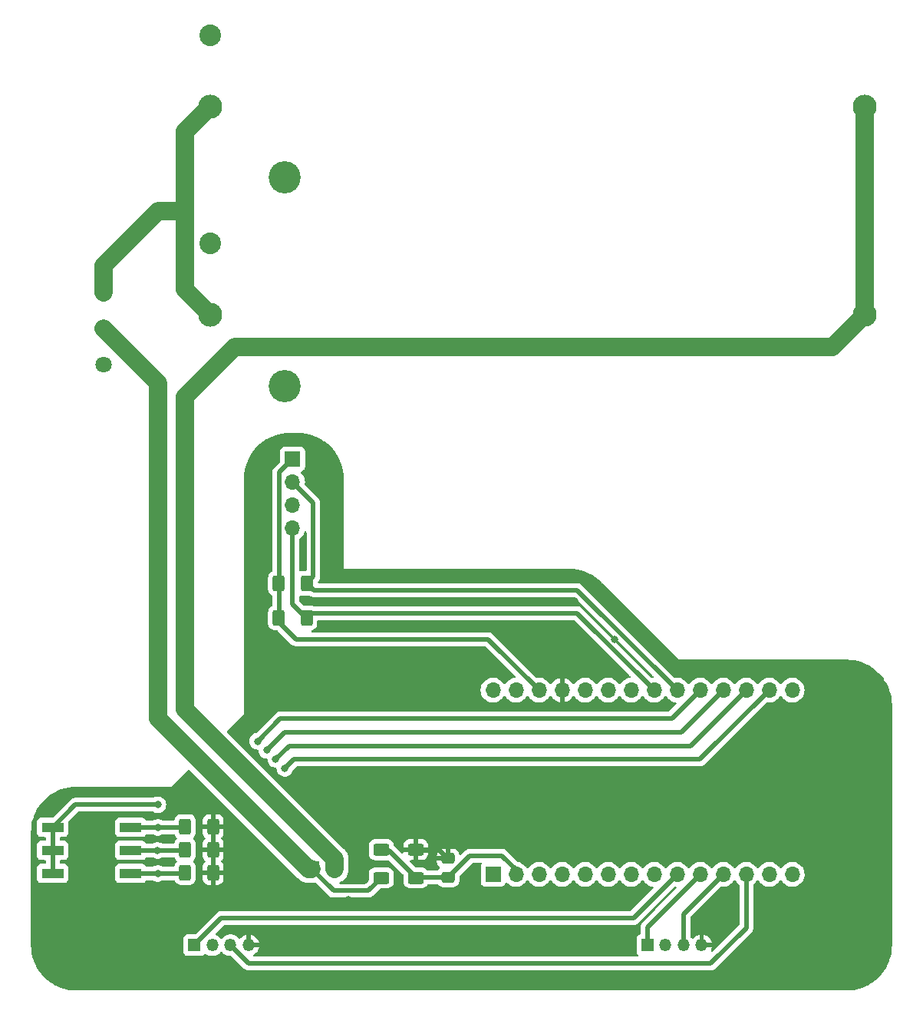
<source format=gtl>
G04 #@! TF.GenerationSoftware,KiCad,Pcbnew,8.0.1*
G04 #@! TF.CreationDate,2024-03-22T19:38:57+01:00*
G04 #@! TF.ProjectId,BikeCounter_SingleBoard,42696b65-436f-4756-9e74-65725f53696e,rev?*
G04 #@! TF.SameCoordinates,Original*
G04 #@! TF.FileFunction,Copper,L1,Top*
G04 #@! TF.FilePolarity,Positive*
%FSLAX46Y46*%
G04 Gerber Fmt 4.6, Leading zero omitted, Abs format (unit mm)*
G04 Created by KiCad (PCBNEW 8.0.1) date 2024-03-22 19:38:57*
%MOMM*%
%LPD*%
G01*
G04 APERTURE LIST*
G04 Aperture macros list*
%AMRoundRect*
0 Rectangle with rounded corners*
0 $1 Rounding radius*
0 $2 $3 $4 $5 $6 $7 $8 $9 X,Y pos of 4 corners*
0 Add a 4 corners polygon primitive as box body*
4,1,4,$2,$3,$4,$5,$6,$7,$8,$9,$2,$3,0*
0 Add four circle primitives for the rounded corners*
1,1,$1+$1,$2,$3*
1,1,$1+$1,$4,$5*
1,1,$1+$1,$6,$7*
1,1,$1+$1,$8,$9*
0 Add four rect primitives between the rounded corners*
20,1,$1+$1,$2,$3,$4,$5,0*
20,1,$1+$1,$4,$5,$6,$7,0*
20,1,$1+$1,$6,$7,$8,$9,0*
20,1,$1+$1,$8,$9,$2,$3,0*%
G04 Aperture macros list end*
G04 #@! TA.AperFunction,SMDPad,CuDef*
%ADD10RoundRect,0.250000X-0.400000X-0.625000X0.400000X-0.625000X0.400000X0.625000X-0.400000X0.625000X0*%
G04 #@! TD*
G04 #@! TA.AperFunction,ComponentPad*
%ADD11R,1.700000X1.700000*%
G04 #@! TD*
G04 #@! TA.AperFunction,ComponentPad*
%ADD12O,1.700000X1.700000*%
G04 #@! TD*
G04 #@! TA.AperFunction,SMDPad,CuDef*
%ADD13RoundRect,0.250000X0.475000X-0.337500X0.475000X0.337500X-0.475000X0.337500X-0.475000X-0.337500X0*%
G04 #@! TD*
G04 #@! TA.AperFunction,SMDPad,CuDef*
%ADD14RoundRect,0.250000X0.625000X-0.400000X0.625000X0.400000X-0.625000X0.400000X-0.625000X-0.400000X0*%
G04 #@! TD*
G04 #@! TA.AperFunction,SMDPad,CuDef*
%ADD15R,2.440000X1.120000*%
G04 #@! TD*
G04 #@! TA.AperFunction,ComponentPad*
%ADD16C,1.800000*%
G04 #@! TD*
G04 #@! TA.AperFunction,ComponentPad*
%ADD17R,1.350000X1.350000*%
G04 #@! TD*
G04 #@! TA.AperFunction,ComponentPad*
%ADD18O,1.350000X1.350000*%
G04 #@! TD*
G04 #@! TA.AperFunction,WasherPad*
%ADD19C,3.550000*%
G04 #@! TD*
G04 #@! TA.AperFunction,WasherPad*
%ADD20C,2.390000*%
G04 #@! TD*
G04 #@! TA.AperFunction,ComponentPad*
%ADD21C,2.640000*%
G04 #@! TD*
G04 #@! TA.AperFunction,ViaPad*
%ADD22C,0.800000*%
G04 #@! TD*
G04 #@! TA.AperFunction,Conductor*
%ADD23C,0.500000*%
G04 #@! TD*
G04 #@! TA.AperFunction,Conductor*
%ADD24C,2.000000*%
G04 #@! TD*
G04 APERTURE END LIST*
D10*
X62000000Y-137000000D03*
X65100000Y-137000000D03*
X62000000Y-134460000D03*
X65100000Y-134460000D03*
D11*
X95980000Y-137181000D03*
D12*
X98520000Y-137181000D03*
X101060000Y-137181000D03*
X103600000Y-137181000D03*
X106140000Y-137181000D03*
X108680000Y-137181000D03*
X111220000Y-137181000D03*
X113760000Y-137181000D03*
X116300000Y-137181000D03*
X118840000Y-137181000D03*
X121380000Y-137181000D03*
X123920000Y-137181000D03*
X126460000Y-137181000D03*
X129000000Y-137181000D03*
X129000000Y-116861000D03*
X126460000Y-116861000D03*
X123920000Y-116861000D03*
X121380000Y-116861000D03*
X118840000Y-116861000D03*
X116300000Y-116861000D03*
X113760000Y-116861000D03*
X111220000Y-116861000D03*
X108680000Y-116861000D03*
X106140000Y-116861000D03*
X103600000Y-116861000D03*
X101060000Y-116861000D03*
X98520000Y-116861000D03*
X95980000Y-116861000D03*
D13*
X91016000Y-137512500D03*
X91016000Y-135437500D03*
D14*
X83650000Y-137562500D03*
X83650000Y-134462500D03*
X87460000Y-137562500D03*
X87460000Y-134462500D03*
D15*
X56000000Y-137080000D03*
X56000000Y-134540000D03*
X56000000Y-132000000D03*
X47390000Y-132000000D03*
X47390000Y-134540000D03*
X47390000Y-137080000D03*
D10*
X62000000Y-131920000D03*
X65100000Y-131920000D03*
X72322000Y-108890000D03*
X75422000Y-108890000D03*
X72322000Y-105080000D03*
X75422000Y-105080000D03*
D11*
X73872000Y-91364000D03*
D12*
X73872000Y-93904000D03*
X73872000Y-96444000D03*
X73872000Y-98984000D03*
D11*
X75975000Y-136611000D03*
D12*
X78515000Y-136611000D03*
D16*
X53000000Y-73000000D03*
X53000000Y-77000000D03*
X53000000Y-81000000D03*
D17*
X63000000Y-145000000D03*
D18*
X65000000Y-145000000D03*
X67000000Y-145000000D03*
X69000000Y-145000000D03*
D19*
X72980000Y-60345000D03*
D20*
X64780000Y-44605000D03*
D21*
X64780000Y-52475000D03*
X137000000Y-52475000D03*
D19*
X72980000Y-83345000D03*
D20*
X64780000Y-67605000D03*
D21*
X64780000Y-75475000D03*
X137000000Y-75475000D03*
D17*
X113000000Y-145000000D03*
D18*
X115000000Y-145000000D03*
X117000000Y-145000000D03*
X119000000Y-145000000D03*
D22*
X59000000Y-132000000D03*
X71000000Y-123500000D03*
X72000000Y-124500000D03*
X58960000Y-134540000D03*
X105000000Y-107000000D03*
X105000000Y-104500000D03*
X105000000Y-140000000D03*
X50000000Y-149000000D03*
X105000000Y-114500000D03*
X95000000Y-104500000D03*
X78000000Y-95000000D03*
X114500000Y-112500000D03*
X70000000Y-118000000D03*
X50000000Y-137000000D03*
X90000000Y-115000000D03*
X85000000Y-104500000D03*
X135000000Y-135000000D03*
X125000000Y-135000000D03*
X130000000Y-135000000D03*
X90000000Y-107000000D03*
X50000000Y-132000000D03*
X135000000Y-125000000D03*
X77000000Y-91000000D03*
X95000000Y-145000000D03*
X110000000Y-145000000D03*
X53500000Y-137000000D03*
X100000000Y-149000000D03*
X100000000Y-110000000D03*
X100000000Y-107000000D03*
X109000000Y-107000000D03*
X75000000Y-102000000D03*
X85000000Y-145000000D03*
X85000000Y-112500000D03*
X90000000Y-140000000D03*
X115000000Y-130000000D03*
X135000000Y-130000000D03*
X80000000Y-145000000D03*
X65000000Y-149000000D03*
X135000000Y-149000000D03*
X60000000Y-140000000D03*
X47500000Y-129500000D03*
X70000000Y-95000000D03*
X80000000Y-149000000D03*
X120000000Y-135000000D03*
X116500000Y-114500000D03*
X110000000Y-130000000D03*
X115000000Y-149000000D03*
X135000000Y-140000000D03*
X50000000Y-134500000D03*
X70000000Y-115000000D03*
X85000000Y-115000000D03*
X70000000Y-149000000D03*
X78000000Y-100000000D03*
X65000000Y-140000000D03*
X95000000Y-140000000D03*
X71000000Y-91000000D03*
X62500000Y-127500000D03*
X100000000Y-145000000D03*
X124500000Y-125000000D03*
X75000000Y-118000000D03*
X80000000Y-115000000D03*
X70000000Y-134500000D03*
X95000000Y-107000000D03*
X100000000Y-130000000D03*
X120000000Y-114500000D03*
X50000000Y-140000000D03*
X85000000Y-140000000D03*
X100000000Y-135000000D03*
X70000000Y-105000000D03*
X85000000Y-126000000D03*
X90000000Y-118000000D03*
X55000000Y-149000000D03*
X105000000Y-135000000D03*
X90000000Y-104500000D03*
X115000000Y-126000000D03*
X80000000Y-140000000D03*
X135000000Y-145000000D03*
X95000000Y-130000000D03*
X135000000Y-120000000D03*
X125000000Y-120000000D03*
X60000000Y-149000000D03*
X115000000Y-135000000D03*
X75000000Y-127000000D03*
X75000000Y-140000000D03*
X100000000Y-126000000D03*
X55000000Y-140000000D03*
X53500000Y-132000000D03*
X130000000Y-114500000D03*
X130000000Y-125000000D03*
X90000000Y-149000000D03*
X120000000Y-130000000D03*
X70000000Y-110000000D03*
X105000000Y-130000000D03*
X130000000Y-145000000D03*
X80000000Y-118000000D03*
X120000000Y-149000000D03*
X130000000Y-140000000D03*
X55000000Y-145000000D03*
X80000000Y-104500000D03*
X100000000Y-112500000D03*
X125000000Y-130000000D03*
X130000000Y-149000000D03*
X53500000Y-134500000D03*
X100000000Y-140000000D03*
X50000000Y-145000000D03*
X125000000Y-145000000D03*
X90000000Y-110000000D03*
X68500000Y-121000000D03*
X125500000Y-140000000D03*
X110000000Y-140000000D03*
X90000000Y-130000000D03*
X90000000Y-126000000D03*
X105000000Y-149000000D03*
X135000000Y-114500000D03*
X110000000Y-135000000D03*
X109390289Y-111256746D03*
X70000000Y-100000000D03*
X75000000Y-115000000D03*
X75000000Y-145000000D03*
X105000000Y-112500000D03*
X90000000Y-145000000D03*
X130000000Y-130000000D03*
X80000000Y-130000000D03*
X105000000Y-126000000D03*
X105000000Y-145000000D03*
X70000000Y-140000000D03*
X75000000Y-112500000D03*
X85000000Y-149000000D03*
X110000000Y-126000000D03*
X80000000Y-107000000D03*
X75000000Y-149000000D03*
X101500000Y-114500000D03*
X85000000Y-118000000D03*
X90000000Y-112500000D03*
X109000000Y-114500000D03*
X130000000Y-120000000D03*
X125000000Y-114500000D03*
X95000000Y-149000000D03*
X120000000Y-126000000D03*
X95000000Y-110000000D03*
X85000000Y-107000000D03*
X85000000Y-110000000D03*
X80000000Y-126000000D03*
X105000000Y-110000000D03*
X80000000Y-110000000D03*
X100000000Y-104500000D03*
X112000000Y-110000000D03*
X125000000Y-149000000D03*
X80000000Y-112500000D03*
X95000000Y-126000000D03*
X70000000Y-137000000D03*
X110000000Y-149000000D03*
X60000000Y-145000000D03*
X85000000Y-130000000D03*
X70000000Y-122500000D03*
X59000000Y-129500000D03*
X73000000Y-125500000D03*
X59000000Y-137080000D03*
D23*
X72384500Y-92851500D02*
X72384500Y-105080000D01*
X73872000Y-91364000D02*
X72384500Y-92851500D01*
X72322000Y-109322000D02*
X74256500Y-111256500D01*
X74256500Y-111256500D02*
X95455500Y-111256500D01*
X72322000Y-108890000D02*
X72322000Y-109322000D01*
X95455500Y-111256500D02*
X101060000Y-116861000D01*
X72384500Y-108890000D02*
X72384500Y-105080000D01*
X56000000Y-132000000D02*
X59000000Y-132000000D01*
X73000000Y-121500000D02*
X116741000Y-121500000D01*
X71000000Y-123500000D02*
X73000000Y-121500000D01*
X59000000Y-132000000D02*
X61920000Y-132000000D01*
X61920000Y-132000000D02*
X62000000Y-131920000D01*
X116741000Y-121500000D02*
X121380000Y-116861000D01*
X58960000Y-134540000D02*
X56000000Y-134540000D01*
X61920000Y-134540000D02*
X62000000Y-134460000D01*
X58960000Y-134540000D02*
X61920000Y-134540000D01*
X117781000Y-123000000D02*
X123920000Y-116861000D01*
X72000000Y-124500000D02*
X73500000Y-123000000D01*
X73500000Y-123000000D02*
X117781000Y-123000000D01*
X87460000Y-134525000D02*
X90091000Y-134525000D01*
X90091000Y-134525000D02*
X91016000Y-135450000D01*
X87460000Y-134525000D02*
X87460000Y-134425000D01*
X117000000Y-141561000D02*
X121380000Y-137181000D01*
X117000000Y-145000000D02*
X117000000Y-141561000D01*
X115701000Y-120000000D02*
X118840000Y-116861000D01*
X59000000Y-129500000D02*
X49890000Y-129500000D01*
X47390000Y-137080000D02*
X47390000Y-132000000D01*
X49890000Y-129500000D02*
X47390000Y-132000000D01*
X70000000Y-122500000D02*
X72500000Y-120000000D01*
X72500000Y-120000000D02*
X115701000Y-120000000D01*
X116300000Y-137181000D02*
X111481000Y-142000000D01*
X66000000Y-142000000D02*
X63000000Y-145000000D01*
X111481000Y-142000000D02*
X66000000Y-142000000D01*
X113000000Y-145000000D02*
X113000000Y-143021000D01*
X113000000Y-143021000D02*
X118840000Y-137181000D01*
X69000000Y-147000000D02*
X67000000Y-145000000D01*
X123920000Y-137181000D02*
X123920000Y-143080000D01*
X120000000Y-147000000D02*
X69000000Y-147000000D01*
X123920000Y-143080000D02*
X120000000Y-147000000D01*
X87460000Y-137500000D02*
X91016000Y-137500000D01*
X84485000Y-134525000D02*
X87460000Y-137500000D01*
X96962500Y-135111000D02*
X98520000Y-136668500D01*
X91016000Y-137512500D02*
X93417500Y-135111000D01*
X98520000Y-136668500D02*
X98520000Y-137181000D01*
X83650000Y-134525000D02*
X84485000Y-134525000D01*
X93417500Y-135111000D02*
X96962500Y-135111000D01*
X118821000Y-124500000D02*
X126460000Y-116861000D01*
X59000000Y-137080000D02*
X61920000Y-137080000D01*
X74000000Y-124500000D02*
X118821000Y-124500000D01*
X59000000Y-137080000D02*
X56000000Y-137080000D01*
X61920000Y-137080000D02*
X62000000Y-137000000D01*
X73000000Y-125500000D02*
X74000000Y-124500000D01*
X76158000Y-96190000D02*
X76158000Y-104344000D01*
X105281000Y-105842000D02*
X116300000Y-116861000D01*
X76158000Y-104344000D02*
X75422000Y-105080000D01*
X75422000Y-105080000D02*
X76184000Y-105842000D01*
X76184000Y-105842000D02*
X105281000Y-105842000D01*
X73872000Y-93904000D02*
X76158000Y-96190000D01*
X73872000Y-107402500D02*
X75359500Y-108890000D01*
X75422000Y-108890000D02*
X75930000Y-108382000D01*
X75359500Y-108890000D02*
X75867500Y-108382000D01*
X73872000Y-98984000D02*
X73872000Y-107402500D01*
X105281000Y-108382000D02*
X113760000Y-116861000D01*
X75930000Y-108382000D02*
X105281000Y-108382000D01*
D24*
X75611000Y-136611000D02*
X75975000Y-136611000D01*
X53000000Y-77000000D02*
X59000000Y-83000000D01*
D23*
X78364000Y-139000000D02*
X75975000Y-136611000D01*
X82212500Y-139000000D02*
X78364000Y-139000000D01*
D24*
X59000000Y-120000000D02*
X75611000Y-136611000D01*
X59000000Y-83000000D02*
X59000000Y-120000000D01*
X75823500Y-136611000D02*
X75975000Y-136611000D01*
D23*
X83650000Y-137562500D02*
X82212500Y-139000000D01*
D24*
X62000000Y-84500000D02*
X62000000Y-119000000D01*
X137000000Y-75475000D02*
X133475000Y-79000000D01*
X78515000Y-135515000D02*
X78515000Y-136611000D01*
X133475000Y-79000000D02*
X67500000Y-79000000D01*
X62000000Y-119000000D02*
X78515000Y-135515000D01*
X67500000Y-79000000D02*
X62000000Y-84500000D01*
X137000000Y-52475000D02*
X137000000Y-75475000D01*
X62000000Y-64000000D02*
X59000000Y-64000000D01*
X59000000Y-64000000D02*
X53000000Y-70000000D01*
X53000000Y-70000000D02*
X53000000Y-73000000D01*
X62000000Y-72695000D02*
X64780000Y-75475000D01*
X62000000Y-64000000D02*
X62000000Y-72695000D01*
X64780000Y-52475000D02*
X62000000Y-55255000D01*
X62000000Y-55255000D02*
X62000000Y-64000000D01*
G04 #@! TA.AperFunction,Conductor*
G36*
X116139548Y-138531509D02*
G01*
X116202432Y-138561959D01*
X116238872Y-138621574D01*
X116237297Y-138691426D01*
X116206819Y-138741499D01*
X113870838Y-141077481D01*
X112516484Y-142431835D01*
X112463658Y-142484660D01*
X112410833Y-142537485D01*
X112327829Y-142661709D01*
X112327822Y-142661722D01*
X112270650Y-142799749D01*
X112270647Y-142799759D01*
X112241500Y-142946291D01*
X112241500Y-143727330D01*
X112221815Y-143794369D01*
X112169011Y-143840124D01*
X112160835Y-143843511D01*
X112078795Y-143874111D01*
X111961739Y-143961739D01*
X111874111Y-144078795D01*
X111823011Y-144215795D01*
X111823011Y-144215797D01*
X111816500Y-144276345D01*
X111816500Y-145723654D01*
X111823011Y-145784202D01*
X111823011Y-145784204D01*
X111871573Y-145914399D01*
X111874111Y-145921204D01*
X111961739Y-146038261D01*
X111961741Y-146038262D01*
X111965429Y-146043189D01*
X111989846Y-146108653D01*
X111974995Y-146176926D01*
X111925590Y-146226332D01*
X111866162Y-146241500D01*
X69662730Y-146241500D01*
X69595691Y-146221815D01*
X69549936Y-146169011D01*
X69539992Y-146099853D01*
X69569017Y-146036297D01*
X69597452Y-146012073D01*
X69711130Y-145941685D01*
X69711131Y-145941685D01*
X69872054Y-145794985D01*
X70003284Y-145621208D01*
X70100348Y-145426280D01*
X70150505Y-145250000D01*
X69315686Y-145250000D01*
X69320080Y-145245606D01*
X69372741Y-145154394D01*
X69400000Y-145052661D01*
X69400000Y-144947339D01*
X69372741Y-144845606D01*
X69320080Y-144754394D01*
X69315686Y-144750000D01*
X70150505Y-144750000D01*
X70150505Y-144749999D01*
X70100348Y-144573719D01*
X70003284Y-144378791D01*
X69872054Y-144205014D01*
X69711131Y-144058314D01*
X69525987Y-143943677D01*
X69525985Y-143943676D01*
X69322931Y-143865013D01*
X69322921Y-143865010D01*
X69250001Y-143851378D01*
X69250000Y-143851379D01*
X69250000Y-144684314D01*
X69245606Y-144679920D01*
X69154394Y-144627259D01*
X69052661Y-144600000D01*
X68947339Y-144600000D01*
X68845606Y-144627259D01*
X68754394Y-144679920D01*
X68750000Y-144684314D01*
X68750000Y-143851379D01*
X68749998Y-143851378D01*
X68677078Y-143865010D01*
X68677068Y-143865013D01*
X68474014Y-143943676D01*
X68474012Y-143943677D01*
X68288869Y-144058314D01*
X68288868Y-144058314D01*
X68127944Y-144205014D01*
X68104278Y-144236354D01*
X68048169Y-144277989D01*
X67978457Y-144282680D01*
X67917275Y-144248937D01*
X67906371Y-144236353D01*
X67890849Y-144215799D01*
X67878364Y-144199266D01*
X67716273Y-144051501D01*
X67571303Y-143961739D01*
X67529792Y-143936036D01*
X67529790Y-143936035D01*
X67459195Y-143908687D01*
X67325268Y-143856803D01*
X67109667Y-143816500D01*
X66890333Y-143816500D01*
X66674732Y-143856803D01*
X66653540Y-143865013D01*
X66470209Y-143936035D01*
X66470207Y-143936036D01*
X66283725Y-144051502D01*
X66121636Y-144199264D01*
X66121636Y-144199265D01*
X66098953Y-144229302D01*
X66042844Y-144270937D01*
X65973132Y-144275628D01*
X65911950Y-144241885D01*
X65901047Y-144229302D01*
X65878363Y-144199265D01*
X65878363Y-144199264D01*
X65728447Y-144062599D01*
X65716273Y-144051501D01*
X65571303Y-143961739D01*
X65529792Y-143936036D01*
X65529784Y-143936032D01*
X65423871Y-143895001D01*
X65368470Y-143852428D01*
X65344880Y-143786661D01*
X65360592Y-143718581D01*
X65380981Y-143691698D01*
X66277862Y-142794819D01*
X66339185Y-142761334D01*
X66365543Y-142758500D01*
X111555706Y-142758500D01*
X111628976Y-142743925D01*
X111628977Y-142743925D01*
X111647419Y-142740256D01*
X111702247Y-142729351D01*
X111840284Y-142672174D01*
X111964515Y-142589166D01*
X115993824Y-138559855D01*
X116055145Y-138526372D01*
X116101909Y-138525229D01*
X116139548Y-138531509D01*
G37*
G04 #@! TD.AperFunction*
G04 #@! TA.AperFunction,Conductor*
G36*
X122731905Y-137854515D02*
G01*
X122753804Y-137879787D01*
X122844278Y-138018268D01*
X122844283Y-138018273D01*
X122844284Y-138018276D01*
X122996756Y-138183902D01*
X122996760Y-138183906D01*
X122996763Y-138183908D01*
X122996766Y-138183911D01*
X123113662Y-138274895D01*
X123154475Y-138331605D01*
X123161500Y-138372748D01*
X123161500Y-142714457D01*
X123141815Y-142781496D01*
X123125181Y-142802138D01*
X120240455Y-145686863D01*
X120179132Y-145720348D01*
X120109440Y-145715364D01*
X120053507Y-145673492D01*
X120029090Y-145608028D01*
X120041774Y-145543910D01*
X120100348Y-145426279D01*
X120150505Y-145250000D01*
X119315686Y-145250000D01*
X119320080Y-145245606D01*
X119372741Y-145154394D01*
X119400000Y-145052661D01*
X119400000Y-144947339D01*
X119372741Y-144845606D01*
X119320080Y-144754394D01*
X119315686Y-144750000D01*
X120150505Y-144750000D01*
X120150505Y-144749999D01*
X120100348Y-144573719D01*
X120003284Y-144378791D01*
X119872054Y-144205014D01*
X119711131Y-144058314D01*
X119525987Y-143943677D01*
X119525985Y-143943676D01*
X119322931Y-143865013D01*
X119322921Y-143865010D01*
X119250001Y-143851378D01*
X119250000Y-143851379D01*
X119250000Y-144684314D01*
X119245606Y-144679920D01*
X119154394Y-144627259D01*
X119052661Y-144600000D01*
X118947339Y-144600000D01*
X118845606Y-144627259D01*
X118754394Y-144679920D01*
X118750000Y-144684314D01*
X118750000Y-143851379D01*
X118749998Y-143851378D01*
X118677078Y-143865010D01*
X118677068Y-143865013D01*
X118474014Y-143943676D01*
X118474012Y-143943677D01*
X118288869Y-144058314D01*
X118288868Y-144058314D01*
X118127944Y-144205014D01*
X118104278Y-144236354D01*
X118048169Y-144277989D01*
X117978457Y-144282680D01*
X117917275Y-144248937D01*
X117906371Y-144236353D01*
X117878364Y-144199266D01*
X117798961Y-144126880D01*
X117762680Y-144067168D01*
X117758500Y-144035243D01*
X117758500Y-141926542D01*
X117778185Y-141859503D01*
X117794814Y-141838866D01*
X121073824Y-138559855D01*
X121135145Y-138526372D01*
X121181909Y-138525229D01*
X121267431Y-138539500D01*
X121267432Y-138539500D01*
X121492569Y-138539500D01*
X121714635Y-138502444D01*
X121927574Y-138429342D01*
X122125576Y-138322189D01*
X122303240Y-138183906D01*
X122455722Y-138018268D01*
X122546193Y-137879790D01*
X122599338Y-137834437D01*
X122668569Y-137825013D01*
X122731905Y-137854515D01*
G37*
G04 #@! TD.AperFunction*
G04 #@! TA.AperFunction,Conductor*
G36*
X104982496Y-109160185D02*
G01*
X105003138Y-109176819D01*
X111126819Y-115300500D01*
X111160304Y-115361823D01*
X111155320Y-115431515D01*
X111113448Y-115487448D01*
X111059548Y-115510490D01*
X110885361Y-115539556D01*
X110672430Y-115612656D01*
X110672419Y-115612661D01*
X110474427Y-115719808D01*
X110474422Y-115719812D01*
X110296761Y-115858092D01*
X110296756Y-115858097D01*
X110144284Y-116023723D01*
X110144276Y-116023734D01*
X110053808Y-116162206D01*
X110000662Y-116207562D01*
X109931431Y-116216986D01*
X109868095Y-116187484D01*
X109846192Y-116162206D01*
X109755723Y-116023734D01*
X109755715Y-116023723D01*
X109603243Y-115858097D01*
X109603238Y-115858092D01*
X109425577Y-115719812D01*
X109425572Y-115719808D01*
X109227580Y-115612661D01*
X109227577Y-115612659D01*
X109227574Y-115612658D01*
X109227571Y-115612657D01*
X109227569Y-115612656D01*
X109014637Y-115539556D01*
X108792569Y-115502500D01*
X108567431Y-115502500D01*
X108345362Y-115539556D01*
X108132430Y-115612656D01*
X108132419Y-115612661D01*
X107934427Y-115719808D01*
X107934422Y-115719812D01*
X107756761Y-115858092D01*
X107756756Y-115858097D01*
X107604284Y-116023723D01*
X107604276Y-116023734D01*
X107513808Y-116162206D01*
X107460662Y-116207562D01*
X107391431Y-116216986D01*
X107328095Y-116187484D01*
X107306192Y-116162206D01*
X107215723Y-116023734D01*
X107215715Y-116023723D01*
X107063243Y-115858097D01*
X107063238Y-115858092D01*
X106885577Y-115719812D01*
X106885572Y-115719808D01*
X106687580Y-115612661D01*
X106687577Y-115612659D01*
X106687574Y-115612658D01*
X106687571Y-115612657D01*
X106687569Y-115612656D01*
X106474637Y-115539556D01*
X106252569Y-115502500D01*
X106027431Y-115502500D01*
X105805362Y-115539556D01*
X105592430Y-115612656D01*
X105592419Y-115612661D01*
X105394427Y-115719808D01*
X105394422Y-115719812D01*
X105216761Y-115858092D01*
X105216756Y-115858097D01*
X105064284Y-116023723D01*
X105064276Y-116023734D01*
X104970251Y-116167650D01*
X104917105Y-116213007D01*
X104847873Y-116222430D01*
X104784538Y-116192928D01*
X104764868Y-116170951D01*
X104638113Y-115989926D01*
X104638108Y-115989920D01*
X104471082Y-115822894D01*
X104277578Y-115687399D01*
X104063492Y-115587570D01*
X104063486Y-115587567D01*
X103850000Y-115530364D01*
X103850000Y-116427988D01*
X103792993Y-116395075D01*
X103665826Y-116361000D01*
X103534174Y-116361000D01*
X103407007Y-116395075D01*
X103350000Y-116427988D01*
X103350000Y-115530364D01*
X103349999Y-115530364D01*
X103136513Y-115587567D01*
X103136507Y-115587570D01*
X102922422Y-115687399D01*
X102922420Y-115687400D01*
X102728926Y-115822886D01*
X102728920Y-115822891D01*
X102561891Y-115989920D01*
X102561890Y-115989922D01*
X102435131Y-116170952D01*
X102380554Y-116214577D01*
X102311055Y-116221769D01*
X102248701Y-116190247D01*
X102229752Y-116167656D01*
X102135722Y-116023732D01*
X102135715Y-116023725D01*
X102135715Y-116023723D01*
X101983243Y-115858097D01*
X101983238Y-115858092D01*
X101805577Y-115719812D01*
X101805572Y-115719808D01*
X101607580Y-115612661D01*
X101607577Y-115612659D01*
X101607574Y-115612658D01*
X101607571Y-115612657D01*
X101607569Y-115612656D01*
X101394637Y-115539556D01*
X101172569Y-115502500D01*
X100947431Y-115502500D01*
X100947430Y-115502500D01*
X100861910Y-115516769D01*
X100792545Y-115508386D01*
X100753822Y-115482141D01*
X95939018Y-110667336D01*
X95939017Y-110667335D01*
X95876899Y-110625830D01*
X95814784Y-110584326D01*
X95676747Y-110527149D01*
X95676739Y-110527147D01*
X95603476Y-110512574D01*
X95530209Y-110498000D01*
X95530206Y-110498000D01*
X76035327Y-110498000D01*
X75968288Y-110478315D01*
X75922533Y-110425511D01*
X75912589Y-110356353D01*
X75941614Y-110292797D01*
X75996323Y-110256294D01*
X76008134Y-110252379D01*
X76144738Y-110207115D01*
X76295652Y-110114030D01*
X76421030Y-109988652D01*
X76514115Y-109837738D01*
X76569887Y-109669426D01*
X76580500Y-109565545D01*
X76580500Y-109264500D01*
X76600185Y-109197461D01*
X76652989Y-109151706D01*
X76704500Y-109140500D01*
X104915457Y-109140500D01*
X104982496Y-109160185D01*
G37*
G04 #@! TD.AperFunction*
G04 #@! TA.AperFunction,Conductor*
G36*
X74793502Y-106428342D02*
G01*
X74867574Y-106452887D01*
X74971455Y-106463500D01*
X75711260Y-106463499D01*
X75778299Y-106483183D01*
X75780150Y-106484396D01*
X75824719Y-106514176D01*
X75962749Y-106571349D01*
X75962754Y-106571351D01*
X75962758Y-106571351D01*
X75962759Y-106571352D01*
X76109291Y-106600500D01*
X76109294Y-106600500D01*
X76109295Y-106600500D01*
X76258705Y-106600500D01*
X104915457Y-106600500D01*
X104982496Y-106620185D01*
X105003138Y-106636819D01*
X113666819Y-115300500D01*
X113700304Y-115361823D01*
X113695320Y-115431515D01*
X113653448Y-115487448D01*
X113599544Y-115510490D01*
X113561909Y-115516769D01*
X113492544Y-115508386D01*
X113453822Y-115482141D01*
X105764518Y-107792836D01*
X105764517Y-107792835D01*
X105702399Y-107751330D01*
X105640284Y-107709826D01*
X105502247Y-107652649D01*
X105502239Y-107652647D01*
X105428976Y-107638074D01*
X105355709Y-107623500D01*
X105355706Y-107623500D01*
X76261965Y-107623500D01*
X76196869Y-107605039D01*
X76144735Y-107572883D01*
X75976428Y-107517113D01*
X75872552Y-107506500D01*
X75872545Y-107506500D01*
X75100043Y-107506500D01*
X75033004Y-107486815D01*
X75012362Y-107470181D01*
X74666819Y-107124638D01*
X74633334Y-107063315D01*
X74630500Y-107036957D01*
X74630500Y-106546049D01*
X74650185Y-106479010D01*
X74702989Y-106433255D01*
X74772147Y-106423311D01*
X74793502Y-106428342D01*
G37*
G04 #@! TD.AperFunction*
G04 #@! TA.AperFunction,Conductor*
G36*
X75340963Y-99369636D02*
G01*
X75387507Y-99421746D01*
X75399500Y-99474948D01*
X75399500Y-103572500D01*
X75379815Y-103639539D01*
X75327011Y-103685294D01*
X75275500Y-103696500D01*
X74971463Y-103696500D01*
X74971446Y-103696501D01*
X74867569Y-103707113D01*
X74793502Y-103731656D01*
X74723674Y-103734057D01*
X74663633Y-103698325D01*
X74632441Y-103635804D01*
X74630500Y-103613950D01*
X74630500Y-100175748D01*
X74650185Y-100108709D01*
X74678338Y-100077895D01*
X74682481Y-100074670D01*
X74795240Y-99986906D01*
X74947722Y-99821268D01*
X75070860Y-99632791D01*
X75161296Y-99426616D01*
X75161296Y-99426614D01*
X75161944Y-99425138D01*
X75206900Y-99371652D01*
X75273635Y-99350962D01*
X75340963Y-99369636D01*
G37*
G04 #@! TD.AperFunction*
G04 #@! TA.AperFunction,Conductor*
G36*
X74502702Y-88500117D02*
G01*
X74930392Y-88518791D01*
X74941129Y-88519731D01*
X75362874Y-88575254D01*
X75373512Y-88577129D01*
X75788818Y-88669201D01*
X75799258Y-88671999D01*
X76204945Y-88799911D01*
X76215092Y-88803604D01*
X76608098Y-88966393D01*
X76617890Y-88970959D01*
X76995215Y-89167382D01*
X77004555Y-89172775D01*
X77340787Y-89386978D01*
X77363311Y-89401328D01*
X77372172Y-89407532D01*
X77709645Y-89666484D01*
X77717932Y-89673438D01*
X78031542Y-89960808D01*
X78039191Y-89968457D01*
X78326561Y-90282067D01*
X78333515Y-90290354D01*
X78592467Y-90627827D01*
X78598671Y-90636688D01*
X78827216Y-90995430D01*
X78832625Y-91004798D01*
X79029037Y-91382103D01*
X79033609Y-91391907D01*
X79196391Y-91784897D01*
X79200091Y-91795063D01*
X79327999Y-92200737D01*
X79330799Y-92211185D01*
X79422868Y-92626479D01*
X79424746Y-92637133D01*
X79480266Y-93058851D01*
X79481209Y-93069627D01*
X79499882Y-93497297D01*
X79500000Y-93502706D01*
X79500000Y-103500000D01*
X104426226Y-103500000D01*
X104431634Y-103500117D01*
X104859324Y-103518791D01*
X104870061Y-103519731D01*
X105291806Y-103575254D01*
X105302444Y-103577129D01*
X105717750Y-103669201D01*
X105728190Y-103671999D01*
X106133877Y-103799911D01*
X106144024Y-103803604D01*
X106537030Y-103966393D01*
X106546822Y-103970959D01*
X106924147Y-104167382D01*
X106933487Y-104172775D01*
X107269719Y-104386978D01*
X107292243Y-104401328D01*
X107301104Y-104407532D01*
X107638577Y-104666484D01*
X107646864Y-104673438D01*
X107962470Y-104962637D01*
X107966378Y-104966378D01*
X116500000Y-113500000D01*
X134997294Y-113500000D01*
X135002702Y-113500117D01*
X135430392Y-113518791D01*
X135441129Y-113519731D01*
X135862874Y-113575254D01*
X135873512Y-113577129D01*
X136288818Y-113669201D01*
X136299258Y-113671999D01*
X136704945Y-113799911D01*
X136715092Y-113803604D01*
X137108098Y-113966393D01*
X137117890Y-113970959D01*
X137495215Y-114167382D01*
X137504555Y-114172775D01*
X137840787Y-114386978D01*
X137863311Y-114401328D01*
X137872172Y-114407532D01*
X138209645Y-114666484D01*
X138217932Y-114673438D01*
X138531542Y-114960808D01*
X138539191Y-114968457D01*
X138826561Y-115282067D01*
X138833515Y-115290354D01*
X139092467Y-115627827D01*
X139098671Y-115636688D01*
X139151625Y-115719808D01*
X139323709Y-115989926D01*
X139327216Y-115995430D01*
X139332621Y-116004792D01*
X139419119Y-116170952D01*
X139529037Y-116382103D01*
X139533609Y-116391907D01*
X139696391Y-116784897D01*
X139700091Y-116795063D01*
X139827999Y-117200737D01*
X139830799Y-117211185D01*
X139922868Y-117626479D01*
X139924746Y-117637133D01*
X139980266Y-118058851D01*
X139981209Y-118069627D01*
X139999882Y-118497297D01*
X140000000Y-118502706D01*
X140000000Y-144997293D01*
X139999882Y-145002702D01*
X139981209Y-145430372D01*
X139980266Y-145441148D01*
X139924746Y-145862866D01*
X139922868Y-145873520D01*
X139830799Y-146288814D01*
X139827999Y-146299262D01*
X139700091Y-146704936D01*
X139696391Y-146715102D01*
X139533609Y-147108092D01*
X139529037Y-147117896D01*
X139332625Y-147495201D01*
X139327216Y-147504569D01*
X139098671Y-147863311D01*
X139092467Y-147872172D01*
X138833515Y-148209645D01*
X138826561Y-148217932D01*
X138539191Y-148531542D01*
X138531542Y-148539191D01*
X138217932Y-148826561D01*
X138209645Y-148833515D01*
X137872172Y-149092467D01*
X137863311Y-149098671D01*
X137504569Y-149327216D01*
X137495201Y-149332625D01*
X137117896Y-149529037D01*
X137108092Y-149533609D01*
X136715102Y-149696391D01*
X136704936Y-149700091D01*
X136299262Y-149827999D01*
X136288814Y-149830799D01*
X135873520Y-149922868D01*
X135862866Y-149924746D01*
X135441148Y-149980266D01*
X135430372Y-149981209D01*
X135002703Y-149999882D01*
X134997294Y-150000000D01*
X50002706Y-150000000D01*
X49997297Y-149999882D01*
X49569627Y-149981209D01*
X49558851Y-149980266D01*
X49137133Y-149924746D01*
X49126479Y-149922868D01*
X48711185Y-149830799D01*
X48700737Y-149827999D01*
X48295063Y-149700091D01*
X48284897Y-149696391D01*
X47891907Y-149533609D01*
X47882103Y-149529037D01*
X47758666Y-149464780D01*
X47504792Y-149332621D01*
X47495436Y-149327220D01*
X47316059Y-149212943D01*
X47136688Y-149098671D01*
X47127827Y-149092467D01*
X46790354Y-148833515D01*
X46782067Y-148826561D01*
X46468457Y-148539191D01*
X46460808Y-148531542D01*
X46173438Y-148217932D01*
X46166484Y-148209645D01*
X45907532Y-147872172D01*
X45901328Y-147863311D01*
X45834556Y-147758500D01*
X45672775Y-147504555D01*
X45667382Y-147495215D01*
X45470959Y-147117890D01*
X45466390Y-147108092D01*
X45303608Y-146715102D01*
X45299908Y-146704936D01*
X45172000Y-146299262D01*
X45169200Y-146288814D01*
X45158711Y-146241500D01*
X45077129Y-145873512D01*
X45075253Y-145862866D01*
X45056926Y-145723654D01*
X61816500Y-145723654D01*
X61823011Y-145784202D01*
X61823011Y-145784204D01*
X61871573Y-145914399D01*
X61874111Y-145921204D01*
X61961739Y-146038261D01*
X62078796Y-146125889D01*
X62215799Y-146176989D01*
X62243050Y-146179918D01*
X62276345Y-146183499D01*
X62276362Y-146183500D01*
X63723638Y-146183500D01*
X63723654Y-146183499D01*
X63750692Y-146180591D01*
X63784201Y-146176989D01*
X63921204Y-146125889D01*
X64038261Y-146038261D01*
X64095907Y-145961254D01*
X64151840Y-145919383D01*
X64221532Y-145914399D01*
X64278710Y-145943926D01*
X64282556Y-145947432D01*
X64283727Y-145948499D01*
X64470209Y-146063964D01*
X64674732Y-146143197D01*
X64890333Y-146183500D01*
X64890335Y-146183500D01*
X65109665Y-146183500D01*
X65109667Y-146183500D01*
X65325268Y-146143197D01*
X65529791Y-146063964D01*
X65716273Y-145948499D01*
X65878364Y-145800734D01*
X65901046Y-145770697D01*
X65957155Y-145729062D01*
X66026867Y-145724371D01*
X66088049Y-145758113D01*
X66098954Y-145770698D01*
X66121637Y-145800736D01*
X66246321Y-145914399D01*
X66283727Y-145948499D01*
X66470209Y-146063964D01*
X66674732Y-146143197D01*
X66890333Y-146183500D01*
X66890335Y-146183500D01*
X67059457Y-146183500D01*
X67126496Y-146203185D01*
X67147138Y-146219819D01*
X68410834Y-147483515D01*
X68410835Y-147483516D01*
X68516484Y-147589165D01*
X68516487Y-147589167D01*
X68516488Y-147589168D01*
X68640705Y-147672167D01*
X68640708Y-147672168D01*
X68640716Y-147672174D01*
X68640722Y-147672176D01*
X68640723Y-147672177D01*
X68721574Y-147705666D01*
X68721575Y-147705667D01*
X68745259Y-147715477D01*
X68778753Y-147729351D01*
X68804106Y-147734393D01*
X68851970Y-147743915D01*
X68851997Y-147743919D01*
X68852024Y-147743925D01*
X68925294Y-147758500D01*
X120074706Y-147758500D01*
X120147976Y-147743925D01*
X120147977Y-147743925D01*
X120166419Y-147740256D01*
X120221247Y-147729351D01*
X120359284Y-147672174D01*
X120483515Y-147589166D01*
X124403513Y-143669166D01*
X124403516Y-143669165D01*
X124509165Y-143563516D01*
X124592174Y-143439284D01*
X124649351Y-143301246D01*
X124678500Y-143154706D01*
X124678500Y-138372748D01*
X124698185Y-138305709D01*
X124726338Y-138274895D01*
X124747402Y-138258500D01*
X124843240Y-138183906D01*
X124995722Y-138018268D01*
X125086193Y-137879790D01*
X125139338Y-137834437D01*
X125208569Y-137825013D01*
X125271905Y-137854515D01*
X125293804Y-137879787D01*
X125384278Y-138018268D01*
X125384283Y-138018273D01*
X125384284Y-138018276D01*
X125536756Y-138183902D01*
X125536760Y-138183906D01*
X125714424Y-138322189D01*
X125714425Y-138322189D01*
X125714427Y-138322191D01*
X125827713Y-138383498D01*
X125912426Y-138429342D01*
X126125365Y-138502444D01*
X126347431Y-138539500D01*
X126572569Y-138539500D01*
X126794635Y-138502444D01*
X127007574Y-138429342D01*
X127205576Y-138322189D01*
X127383240Y-138183906D01*
X127535722Y-138018268D01*
X127626193Y-137879790D01*
X127679338Y-137834437D01*
X127748569Y-137825013D01*
X127811905Y-137854515D01*
X127833804Y-137879787D01*
X127924278Y-138018268D01*
X127924283Y-138018273D01*
X127924284Y-138018276D01*
X128076756Y-138183902D01*
X128076760Y-138183906D01*
X128254424Y-138322189D01*
X128254425Y-138322189D01*
X128254427Y-138322191D01*
X128367713Y-138383498D01*
X128452426Y-138429342D01*
X128665365Y-138502444D01*
X128887431Y-138539500D01*
X129112569Y-138539500D01*
X129334635Y-138502444D01*
X129547574Y-138429342D01*
X129745576Y-138322189D01*
X129923240Y-138183906D01*
X130075722Y-138018268D01*
X130198860Y-137829791D01*
X130289296Y-137623616D01*
X130344564Y-137405368D01*
X130350312Y-137336003D01*
X130363156Y-137181005D01*
X130363156Y-137180994D01*
X130344565Y-136956640D01*
X130344563Y-136956628D01*
X130314968Y-136839759D01*
X130289296Y-136738384D01*
X130198860Y-136532209D01*
X130182706Y-136507484D01*
X130094058Y-136371798D01*
X130075722Y-136343732D01*
X130075719Y-136343729D01*
X130075715Y-136343723D01*
X129923243Y-136178097D01*
X129923238Y-136178092D01*
X129745577Y-136039812D01*
X129745572Y-136039808D01*
X129547580Y-135932661D01*
X129547577Y-135932659D01*
X129547574Y-135932658D01*
X129547571Y-135932657D01*
X129547569Y-135932656D01*
X129334637Y-135859556D01*
X129112569Y-135822500D01*
X128887431Y-135822500D01*
X128665362Y-135859556D01*
X128452430Y-135932656D01*
X128452419Y-135932661D01*
X128254427Y-136039808D01*
X128254422Y-136039812D01*
X128076761Y-136178092D01*
X128076756Y-136178097D01*
X127924284Y-136343723D01*
X127924276Y-136343734D01*
X127833808Y-136482206D01*
X127780662Y-136527562D01*
X127711431Y-136536986D01*
X127648095Y-136507484D01*
X127626192Y-136482206D01*
X127554058Y-136371798D01*
X127535722Y-136343732D01*
X127535719Y-136343729D01*
X127535715Y-136343723D01*
X127383243Y-136178097D01*
X127383238Y-136178092D01*
X127205577Y-136039812D01*
X127205572Y-136039808D01*
X127007580Y-135932661D01*
X127007577Y-135932659D01*
X127007574Y-135932658D01*
X127007571Y-135932657D01*
X127007569Y-135932656D01*
X126794637Y-135859556D01*
X126572569Y-135822500D01*
X126347431Y-135822500D01*
X126125362Y-135859556D01*
X125912430Y-135932656D01*
X125912419Y-135932661D01*
X125714427Y-136039808D01*
X125714422Y-136039812D01*
X125536761Y-136178092D01*
X125536756Y-136178097D01*
X125384284Y-136343723D01*
X125384276Y-136343734D01*
X125293808Y-136482206D01*
X125240662Y-136527562D01*
X125171431Y-136536986D01*
X125108095Y-136507484D01*
X125086192Y-136482206D01*
X125014058Y-136371798D01*
X124995722Y-136343732D01*
X124995719Y-136343729D01*
X124995715Y-136343723D01*
X124843243Y-136178097D01*
X124843238Y-136178092D01*
X124665577Y-136039812D01*
X124665572Y-136039808D01*
X124467580Y-135932661D01*
X124467577Y-135932659D01*
X124467574Y-135932658D01*
X124467571Y-135932657D01*
X124467569Y-135932656D01*
X124254637Y-135859556D01*
X124032569Y-135822500D01*
X123807431Y-135822500D01*
X123585362Y-135859556D01*
X123372430Y-135932656D01*
X123372419Y-135932661D01*
X123174427Y-136039808D01*
X123174422Y-136039812D01*
X122996761Y-136178092D01*
X122996756Y-136178097D01*
X122844284Y-136343723D01*
X122844276Y-136343734D01*
X122753808Y-136482206D01*
X122700662Y-136527562D01*
X122631431Y-136536986D01*
X122568095Y-136507484D01*
X122546192Y-136482206D01*
X122474058Y-136371798D01*
X122455722Y-136343732D01*
X122455719Y-136343729D01*
X122455715Y-136343723D01*
X122303243Y-136178097D01*
X122303238Y-136178092D01*
X122125577Y-136039812D01*
X122125572Y-136039808D01*
X121927580Y-135932661D01*
X121927577Y-135932659D01*
X121927574Y-135932658D01*
X121927571Y-135932657D01*
X121927569Y-135932656D01*
X121714637Y-135859556D01*
X121492569Y-135822500D01*
X121267431Y-135822500D01*
X121045362Y-135859556D01*
X120832430Y-135932656D01*
X120832419Y-135932661D01*
X120634427Y-136039808D01*
X120634422Y-136039812D01*
X120456761Y-136178092D01*
X120456756Y-136178097D01*
X120304284Y-136343723D01*
X120304276Y-136343734D01*
X120213808Y-136482206D01*
X120160662Y-136527562D01*
X120091431Y-136536986D01*
X120028095Y-136507484D01*
X120006192Y-136482206D01*
X119934058Y-136371798D01*
X119915722Y-136343732D01*
X119915719Y-136343729D01*
X119915715Y-136343723D01*
X119763243Y-136178097D01*
X119763238Y-136178092D01*
X119585577Y-136039812D01*
X119585572Y-136039808D01*
X119387580Y-135932661D01*
X119387577Y-135932659D01*
X119387574Y-135932658D01*
X119387571Y-135932657D01*
X119387569Y-135932656D01*
X119174637Y-135859556D01*
X118952569Y-135822500D01*
X118727431Y-135822500D01*
X118505362Y-135859556D01*
X118292430Y-135932656D01*
X118292419Y-135932661D01*
X118094427Y-136039808D01*
X118094422Y-136039812D01*
X117916761Y-136178092D01*
X117916756Y-136178097D01*
X117764284Y-136343723D01*
X117764276Y-136343734D01*
X117673808Y-136482206D01*
X117620662Y-136527562D01*
X117551431Y-136536986D01*
X117488095Y-136507484D01*
X117466192Y-136482206D01*
X117394058Y-136371798D01*
X117375722Y-136343732D01*
X117375719Y-136343729D01*
X117375715Y-136343723D01*
X117223243Y-136178097D01*
X117223238Y-136178092D01*
X117045577Y-136039812D01*
X117045572Y-136039808D01*
X116847580Y-135932661D01*
X116847577Y-135932659D01*
X116847574Y-135932658D01*
X116847571Y-135932657D01*
X116847569Y-135932656D01*
X116634637Y-135859556D01*
X116412569Y-135822500D01*
X116187431Y-135822500D01*
X115965362Y-135859556D01*
X115752430Y-135932656D01*
X115752419Y-135932661D01*
X115554427Y-136039808D01*
X115554422Y-136039812D01*
X115376761Y-136178092D01*
X115376756Y-136178097D01*
X115224284Y-136343723D01*
X115224276Y-136343734D01*
X115133808Y-136482206D01*
X115080662Y-136527562D01*
X115011431Y-136536986D01*
X114948095Y-136507484D01*
X114926192Y-136482206D01*
X114854058Y-136371798D01*
X114835722Y-136343732D01*
X114835719Y-136343729D01*
X114835715Y-136343723D01*
X114683243Y-136178097D01*
X114683238Y-136178092D01*
X114505577Y-136039812D01*
X114505572Y-136039808D01*
X114307580Y-135932661D01*
X114307577Y-135932659D01*
X114307574Y-135932658D01*
X114307571Y-135932657D01*
X114307569Y-135932656D01*
X114094637Y-135859556D01*
X113872569Y-135822500D01*
X113647431Y-135822500D01*
X113425362Y-135859556D01*
X113212430Y-135932656D01*
X113212419Y-135932661D01*
X113014427Y-136039808D01*
X113014422Y-136039812D01*
X112836761Y-136178092D01*
X112836756Y-136178097D01*
X112684284Y-136343723D01*
X112684276Y-136343734D01*
X112593808Y-136482206D01*
X112540662Y-136527562D01*
X112471431Y-136536986D01*
X112408095Y-136507484D01*
X112386192Y-136482206D01*
X112314058Y-136371798D01*
X112295722Y-136343732D01*
X112295719Y-136343729D01*
X112295715Y-136343723D01*
X112143243Y-136178097D01*
X112143238Y-136178092D01*
X111965577Y-136039812D01*
X111965572Y-136039808D01*
X111767580Y-135932661D01*
X111767577Y-135932659D01*
X111767574Y-135932658D01*
X111767571Y-135932657D01*
X111767569Y-135932656D01*
X111554637Y-135859556D01*
X111332569Y-135822500D01*
X111107431Y-135822500D01*
X110885362Y-135859556D01*
X110672430Y-135932656D01*
X110672419Y-135932661D01*
X110474427Y-136039808D01*
X110474422Y-136039812D01*
X110296761Y-136178092D01*
X110296756Y-136178097D01*
X110144284Y-136343723D01*
X110144276Y-136343734D01*
X110053808Y-136482206D01*
X110000662Y-136527562D01*
X109931431Y-136536986D01*
X109868095Y-136507484D01*
X109846192Y-136482206D01*
X109774058Y-136371798D01*
X109755722Y-136343732D01*
X109755719Y-136343729D01*
X109755715Y-136343723D01*
X109603243Y-136178097D01*
X109603238Y-136178092D01*
X109425577Y-136039812D01*
X109425572Y-136039808D01*
X109227580Y-135932661D01*
X109227577Y-135932659D01*
X109227574Y-135932658D01*
X109227571Y-135932657D01*
X109227569Y-135932656D01*
X109014637Y-135859556D01*
X108792569Y-135822500D01*
X108567431Y-135822500D01*
X108345362Y-135859556D01*
X108132430Y-135932656D01*
X108132419Y-135932661D01*
X107934427Y-136039808D01*
X107934422Y-136039812D01*
X107756761Y-136178092D01*
X107756756Y-136178097D01*
X107604284Y-136343723D01*
X107604276Y-136343734D01*
X107513808Y-136482206D01*
X107460662Y-136527562D01*
X107391431Y-136536986D01*
X107328095Y-136507484D01*
X107306192Y-136482206D01*
X107234058Y-136371798D01*
X107215722Y-136343732D01*
X107215719Y-136343729D01*
X107215715Y-136343723D01*
X107063243Y-136178097D01*
X107063238Y-136178092D01*
X106885577Y-136039812D01*
X106885572Y-136039808D01*
X106687580Y-135932661D01*
X106687577Y-135932659D01*
X106687574Y-135932658D01*
X106687571Y-135932657D01*
X106687569Y-135932656D01*
X106474637Y-135859556D01*
X106252569Y-135822500D01*
X106027431Y-135822500D01*
X105805362Y-135859556D01*
X105592430Y-135932656D01*
X105592419Y-135932661D01*
X105394427Y-136039808D01*
X105394422Y-136039812D01*
X105216761Y-136178092D01*
X105216756Y-136178097D01*
X105064284Y-136343723D01*
X105064276Y-136343734D01*
X104973808Y-136482206D01*
X104920662Y-136527562D01*
X104851431Y-136536986D01*
X104788095Y-136507484D01*
X104766192Y-136482206D01*
X104694058Y-136371798D01*
X104675722Y-136343732D01*
X104675719Y-136343729D01*
X104675715Y-136343723D01*
X104523243Y-136178097D01*
X104523238Y-136178092D01*
X104345577Y-136039812D01*
X104345572Y-136039808D01*
X104147580Y-135932661D01*
X104147577Y-135932659D01*
X104147574Y-135932658D01*
X104147571Y-135932657D01*
X104147569Y-135932656D01*
X103934637Y-135859556D01*
X103712569Y-135822500D01*
X103487431Y-135822500D01*
X103265362Y-135859556D01*
X103052430Y-135932656D01*
X103052419Y-135932661D01*
X102854427Y-136039808D01*
X102854422Y-136039812D01*
X102676761Y-136178092D01*
X102676756Y-136178097D01*
X102524284Y-136343723D01*
X102524276Y-136343734D01*
X102433808Y-136482206D01*
X102380662Y-136527562D01*
X102311431Y-136536986D01*
X102248095Y-136507484D01*
X102226192Y-136482206D01*
X102154058Y-136371798D01*
X102135722Y-136343732D01*
X102135719Y-136343729D01*
X102135715Y-136343723D01*
X101983243Y-136178097D01*
X101983238Y-136178092D01*
X101805577Y-136039812D01*
X101805572Y-136039808D01*
X101607580Y-135932661D01*
X101607577Y-135932659D01*
X101607574Y-135932658D01*
X101607571Y-135932657D01*
X101607569Y-135932656D01*
X101394637Y-135859556D01*
X101172569Y-135822500D01*
X100947431Y-135822500D01*
X100725362Y-135859556D01*
X100512430Y-135932656D01*
X100512419Y-135932661D01*
X100314427Y-136039808D01*
X100314422Y-136039812D01*
X100136761Y-136178092D01*
X100136756Y-136178097D01*
X99984284Y-136343723D01*
X99984276Y-136343734D01*
X99893808Y-136482206D01*
X99840662Y-136527562D01*
X99771431Y-136536986D01*
X99708095Y-136507484D01*
X99686192Y-136482206D01*
X99614058Y-136371798D01*
X99595722Y-136343732D01*
X99595719Y-136343729D01*
X99595715Y-136343723D01*
X99443243Y-136178097D01*
X99443238Y-136178092D01*
X99265577Y-136039812D01*
X99265572Y-136039808D01*
X99067580Y-135932661D01*
X99067577Y-135932659D01*
X99067574Y-135932658D01*
X99067571Y-135932657D01*
X99067569Y-135932656D01*
X98854638Y-135859556D01*
X98808716Y-135851893D01*
X98745831Y-135821442D01*
X98741446Y-135817265D01*
X97446018Y-134521836D01*
X97446017Y-134521835D01*
X97383899Y-134480330D01*
X97321784Y-134438826D01*
X97265815Y-134415643D01*
X97183747Y-134381649D01*
X97183740Y-134381647D01*
X97096930Y-134364380D01*
X97037208Y-134352500D01*
X97037206Y-134352500D01*
X93342794Y-134352500D01*
X93342792Y-134352500D01*
X93283070Y-134364380D01*
X93283069Y-134364380D01*
X93196260Y-134381647D01*
X93196252Y-134381649D01*
X93058217Y-134438825D01*
X92933982Y-134521835D01*
X92440735Y-135015082D01*
X92379412Y-135048567D01*
X92309720Y-135043583D01*
X92253787Y-135001711D01*
X92231799Y-134953347D01*
X92230505Y-134947300D01*
X92175358Y-134780880D01*
X92175356Y-134780875D01*
X92083315Y-134631654D01*
X91959345Y-134507684D01*
X91810124Y-134415643D01*
X91810119Y-134415641D01*
X91643697Y-134360494D01*
X91643690Y-134360493D01*
X91540986Y-134350000D01*
X91266000Y-134350000D01*
X91266000Y-135563500D01*
X91246315Y-135630539D01*
X91193511Y-135676294D01*
X91142000Y-135687500D01*
X89791001Y-135687500D01*
X89791001Y-135824986D01*
X89801494Y-135927697D01*
X89856641Y-136094119D01*
X89856643Y-136094124D01*
X89948684Y-136243345D01*
X90072655Y-136367316D01*
X90078323Y-136371798D01*
X90076592Y-136373986D01*
X90114749Y-136416390D01*
X90125987Y-136485350D01*
X90098158Y-136549438D01*
X90072894Y-136571336D01*
X90073015Y-136571489D01*
X90069627Y-136574167D01*
X90068043Y-136575541D01*
X90067350Y-136575968D01*
X90067347Y-136575970D01*
X89938137Y-136705181D01*
X89876814Y-136738666D01*
X89850456Y-136741500D01*
X88785695Y-136741500D01*
X88718656Y-136721815D01*
X88688430Y-136694413D01*
X88684032Y-136688851D01*
X88684030Y-136688848D01*
X88558652Y-136563470D01*
X88409322Y-136471362D01*
X88407740Y-136470386D01*
X88407735Y-136470384D01*
X88239427Y-136414613D01*
X88135552Y-136404000D01*
X88135545Y-136404000D01*
X87488043Y-136404000D01*
X87421004Y-136384315D01*
X87400362Y-136367681D01*
X86856861Y-135824180D01*
X86823376Y-135762857D01*
X86828360Y-135693165D01*
X86870232Y-135637232D01*
X86935696Y-135612815D01*
X86944542Y-135612499D01*
X87209999Y-135612499D01*
X87210000Y-135612498D01*
X87210000Y-134712500D01*
X87710000Y-134712500D01*
X87710000Y-135612499D01*
X88134972Y-135612499D01*
X88134986Y-135612498D01*
X88237697Y-135602005D01*
X88404119Y-135546858D01*
X88404124Y-135546856D01*
X88553345Y-135454815D01*
X88677315Y-135330845D01*
X88765732Y-135187500D01*
X89791000Y-135187500D01*
X90766000Y-135187500D01*
X90766000Y-134350000D01*
X90491029Y-134350000D01*
X90491012Y-134350001D01*
X90388302Y-134360494D01*
X90221880Y-134415641D01*
X90221875Y-134415643D01*
X90072654Y-134507684D01*
X89948684Y-134631654D01*
X89856643Y-134780875D01*
X89856641Y-134780880D01*
X89801494Y-134947302D01*
X89801493Y-134947309D01*
X89791000Y-135050013D01*
X89791000Y-135187500D01*
X88765732Y-135187500D01*
X88769356Y-135181624D01*
X88769358Y-135181619D01*
X88824505Y-135015197D01*
X88824506Y-135015190D01*
X88834999Y-134912486D01*
X88835000Y-134912473D01*
X88835000Y-134712500D01*
X87710000Y-134712500D01*
X87210000Y-134712500D01*
X86085001Y-134712500D01*
X86085001Y-134752958D01*
X86065316Y-134819997D01*
X86012512Y-134865752D01*
X85943354Y-134875696D01*
X85879798Y-134846671D01*
X85873320Y-134840639D01*
X85245181Y-134212500D01*
X86085000Y-134212500D01*
X87210000Y-134212500D01*
X87210000Y-133312500D01*
X87710000Y-133312500D01*
X87710000Y-134212500D01*
X88834999Y-134212500D01*
X88834999Y-134012528D01*
X88834998Y-134012513D01*
X88824505Y-133909802D01*
X88769358Y-133743380D01*
X88769356Y-133743375D01*
X88677315Y-133594154D01*
X88553345Y-133470184D01*
X88404124Y-133378143D01*
X88404119Y-133378141D01*
X88237697Y-133322994D01*
X88237690Y-133322993D01*
X88134986Y-133312500D01*
X87710000Y-133312500D01*
X87210000Y-133312500D01*
X86785028Y-133312500D01*
X86785012Y-133312501D01*
X86682302Y-133322994D01*
X86515880Y-133378141D01*
X86515875Y-133378143D01*
X86366654Y-133470184D01*
X86242684Y-133594154D01*
X86150643Y-133743375D01*
X86150641Y-133743380D01*
X86095494Y-133909802D01*
X86095493Y-133909809D01*
X86085000Y-134012513D01*
X86085000Y-134212500D01*
X85245181Y-134212500D01*
X85063425Y-134030744D01*
X85029940Y-133969421D01*
X85027748Y-133955663D01*
X85022887Y-133908074D01*
X85022886Y-133908071D01*
X84967115Y-133739762D01*
X84874030Y-133588848D01*
X84748652Y-133463470D01*
X84610316Y-133378143D01*
X84597740Y-133370386D01*
X84597735Y-133370384D01*
X84429427Y-133314613D01*
X84325545Y-133304000D01*
X82974462Y-133304000D01*
X82974446Y-133304001D01*
X82870572Y-133314613D01*
X82702264Y-133370384D01*
X82702259Y-133370386D01*
X82551346Y-133463471D01*
X82425971Y-133588846D01*
X82332886Y-133739759D01*
X82332884Y-133739764D01*
X82277113Y-133908072D01*
X82266500Y-134011947D01*
X82266500Y-134913037D01*
X82266501Y-134913053D01*
X82277113Y-135016927D01*
X82332884Y-135185235D01*
X82332886Y-135185240D01*
X82347666Y-135209202D01*
X82425970Y-135336152D01*
X82551348Y-135461530D01*
X82702262Y-135554615D01*
X82870574Y-135610387D01*
X82974455Y-135621000D01*
X84325544Y-135620999D01*
X84429426Y-135610387D01*
X84429428Y-135610386D01*
X84432759Y-135610046D01*
X84501452Y-135622815D01*
X84533042Y-135645723D01*
X86040181Y-137152862D01*
X86073666Y-137214185D01*
X86076500Y-137240543D01*
X86076500Y-138013037D01*
X86076501Y-138013053D01*
X86087113Y-138116927D01*
X86142884Y-138285235D01*
X86142886Y-138285240D01*
X86162546Y-138317113D01*
X86235970Y-138436152D01*
X86361348Y-138561530D01*
X86512262Y-138654615D01*
X86680574Y-138710387D01*
X86784455Y-138721000D01*
X88135544Y-138720999D01*
X88239426Y-138710387D01*
X88407738Y-138654615D01*
X88558652Y-138561530D01*
X88684030Y-138436152D01*
X88728222Y-138364506D01*
X88757276Y-138317403D01*
X88809224Y-138270678D01*
X88862814Y-138258500D01*
X89832577Y-138258500D01*
X89899616Y-138278185D01*
X89938115Y-138317403D01*
X89941967Y-138323648D01*
X89941970Y-138323652D01*
X90067348Y-138449030D01*
X90218262Y-138542115D01*
X90386574Y-138597887D01*
X90490455Y-138608500D01*
X91541544Y-138608499D01*
X91645426Y-138597887D01*
X91813738Y-138542115D01*
X91964652Y-138449030D01*
X92090030Y-138323652D01*
X92183115Y-138172738D01*
X92238887Y-138004426D01*
X92249500Y-137900545D01*
X92249499Y-137403041D01*
X92269183Y-137336003D01*
X92285813Y-137315366D01*
X93695362Y-135905819D01*
X93756685Y-135872334D01*
X93783043Y-135869500D01*
X94592559Y-135869500D01*
X94659598Y-135889185D01*
X94705353Y-135941989D01*
X94715297Y-136011147D01*
X94691826Y-136067811D01*
X94679111Y-136084795D01*
X94628011Y-136221795D01*
X94628011Y-136221797D01*
X94621500Y-136282345D01*
X94621500Y-138079654D01*
X94628011Y-138140202D01*
X94628011Y-138140204D01*
X94664737Y-138238666D01*
X94679111Y-138277204D01*
X94766739Y-138394261D01*
X94883796Y-138481889D01*
X95020799Y-138532989D01*
X95048050Y-138535918D01*
X95081345Y-138539499D01*
X95081362Y-138539500D01*
X96878638Y-138539500D01*
X96878654Y-138539499D01*
X96905692Y-138536591D01*
X96939201Y-138532989D01*
X97076204Y-138481889D01*
X97193261Y-138394261D01*
X97280889Y-138277204D01*
X97326138Y-138155887D01*
X97368009Y-138099956D01*
X97433474Y-138075539D01*
X97501746Y-138090391D01*
X97533545Y-138115236D01*
X97596760Y-138183906D01*
X97774424Y-138322189D01*
X97774425Y-138322189D01*
X97774427Y-138322191D01*
X97887713Y-138383498D01*
X97972426Y-138429342D01*
X98185365Y-138502444D01*
X98407431Y-138539500D01*
X98632569Y-138539500D01*
X98854635Y-138502444D01*
X99067574Y-138429342D01*
X99265576Y-138322189D01*
X99443240Y-138183906D01*
X99595722Y-138018268D01*
X99686193Y-137879790D01*
X99739338Y-137834437D01*
X99808569Y-137825013D01*
X99871905Y-137854515D01*
X99893804Y-137879787D01*
X99984278Y-138018268D01*
X99984283Y-138018273D01*
X99984284Y-138018276D01*
X100136756Y-138183902D01*
X100136760Y-138183906D01*
X100314424Y-138322189D01*
X100314425Y-138322189D01*
X100314427Y-138322191D01*
X100427713Y-138383498D01*
X100512426Y-138429342D01*
X100725365Y-138502444D01*
X100947431Y-138539500D01*
X101172569Y-138539500D01*
X101394635Y-138502444D01*
X101607574Y-138429342D01*
X101805576Y-138322189D01*
X101983240Y-138183906D01*
X102135722Y-138018268D01*
X102226193Y-137879790D01*
X102279338Y-137834437D01*
X102348569Y-137825013D01*
X102411905Y-137854515D01*
X102433804Y-137879787D01*
X102524278Y-138018268D01*
X102524283Y-138018273D01*
X102524284Y-138018276D01*
X102676756Y-138183902D01*
X102676760Y-138183906D01*
X102854424Y-138322189D01*
X102854425Y-138322189D01*
X102854427Y-138322191D01*
X102967713Y-138383498D01*
X103052426Y-138429342D01*
X103265365Y-138502444D01*
X103487431Y-138539500D01*
X103712569Y-138539500D01*
X103934635Y-138502444D01*
X104147574Y-138429342D01*
X104345576Y-138322189D01*
X104523240Y-138183906D01*
X104675722Y-138018268D01*
X104766193Y-137879790D01*
X104819338Y-137834437D01*
X104888569Y-137825013D01*
X104951905Y-137854515D01*
X104973804Y-137879787D01*
X105064278Y-138018268D01*
X105064283Y-138018273D01*
X105064284Y-138018276D01*
X105216756Y-138183902D01*
X105216760Y-138183906D01*
X105394424Y-138322189D01*
X105394425Y-138322189D01*
X105394427Y-138322191D01*
X105507713Y-138383498D01*
X105592426Y-138429342D01*
X105805365Y-138502444D01*
X106027431Y-138539500D01*
X106252569Y-138539500D01*
X106474635Y-138502444D01*
X106687574Y-138429342D01*
X106885576Y-138322189D01*
X107063240Y-138183906D01*
X107215722Y-138018268D01*
X107306193Y-137879790D01*
X107359338Y-137834437D01*
X107428569Y-137825013D01*
X107491905Y-137854515D01*
X107513804Y-137879787D01*
X107604278Y-138018268D01*
X107604283Y-138018273D01*
X107604284Y-138018276D01*
X107756756Y-138183902D01*
X107756760Y-138183906D01*
X107934424Y-138322189D01*
X107934425Y-138322189D01*
X107934427Y-138322191D01*
X108047713Y-138383498D01*
X108132426Y-138429342D01*
X108345365Y-138502444D01*
X108567431Y-138539500D01*
X108792569Y-138539500D01*
X109014635Y-138502444D01*
X109227574Y-138429342D01*
X109425576Y-138322189D01*
X109603240Y-138183906D01*
X109755722Y-138018268D01*
X109846193Y-137879790D01*
X109899338Y-137834437D01*
X109968569Y-137825013D01*
X110031905Y-137854515D01*
X110053804Y-137879787D01*
X110144278Y-138018268D01*
X110144283Y-138018273D01*
X110144284Y-138018276D01*
X110296756Y-138183902D01*
X110296760Y-138183906D01*
X110474424Y-138322189D01*
X110474425Y-138322189D01*
X110474427Y-138322191D01*
X110587713Y-138383498D01*
X110672426Y-138429342D01*
X110885365Y-138502444D01*
X111107431Y-138539500D01*
X111332569Y-138539500D01*
X111554635Y-138502444D01*
X111767574Y-138429342D01*
X111965576Y-138322189D01*
X112143240Y-138183906D01*
X112295722Y-138018268D01*
X112386193Y-137879790D01*
X112439338Y-137834437D01*
X112508569Y-137825013D01*
X112571905Y-137854515D01*
X112593804Y-137879787D01*
X112684278Y-138018268D01*
X112684283Y-138018273D01*
X112684284Y-138018276D01*
X112836756Y-138183902D01*
X112836760Y-138183906D01*
X113014424Y-138322189D01*
X113014425Y-138322189D01*
X113014427Y-138322191D01*
X113127713Y-138383498D01*
X113212426Y-138429342D01*
X113425365Y-138502444D01*
X113599548Y-138531509D01*
X113662432Y-138561959D01*
X113698872Y-138621574D01*
X113697297Y-138691426D01*
X113666819Y-138741499D01*
X111203138Y-141205181D01*
X111141815Y-141238666D01*
X111115457Y-141241500D01*
X65925292Y-141241500D01*
X65778759Y-141270647D01*
X65778749Y-141270650D01*
X65640719Y-141327823D01*
X65516482Y-141410835D01*
X65516481Y-141410836D01*
X63147138Y-143780181D01*
X63085815Y-143813666D01*
X63059457Y-143816500D01*
X62276345Y-143816500D01*
X62215797Y-143823011D01*
X62215795Y-143823011D01*
X62078795Y-143874111D01*
X61961739Y-143961739D01*
X61874111Y-144078795D01*
X61823011Y-144215795D01*
X61823011Y-144215797D01*
X61816500Y-144276345D01*
X61816500Y-145723654D01*
X45056926Y-145723654D01*
X45019731Y-145441129D01*
X45018791Y-145430392D01*
X45000118Y-145002702D01*
X45000000Y-144997293D01*
X45000000Y-137688654D01*
X45661500Y-137688654D01*
X45668011Y-137749202D01*
X45668011Y-137749204D01*
X45714305Y-137873318D01*
X45719111Y-137886204D01*
X45806739Y-138003261D01*
X45923796Y-138090889D01*
X46060799Y-138141989D01*
X46088050Y-138144918D01*
X46121345Y-138148499D01*
X46121362Y-138148500D01*
X48658638Y-138148500D01*
X48658654Y-138148499D01*
X48685692Y-138145591D01*
X48719201Y-138141989D01*
X48856204Y-138090889D01*
X48973261Y-138003261D01*
X49060889Y-137886204D01*
X49111989Y-137749201D01*
X49115591Y-137715692D01*
X49118499Y-137688654D01*
X54271500Y-137688654D01*
X54278011Y-137749202D01*
X54278011Y-137749204D01*
X54324305Y-137873318D01*
X54329111Y-137886204D01*
X54416739Y-138003261D01*
X54533796Y-138090889D01*
X54670799Y-138141989D01*
X54698050Y-138144918D01*
X54731345Y-138148499D01*
X54731362Y-138148500D01*
X57268638Y-138148500D01*
X57268654Y-138148499D01*
X57295692Y-138145591D01*
X57329201Y-138141989D01*
X57466204Y-138090889D01*
X57583261Y-138003261D01*
X57669403Y-137888188D01*
X57725337Y-137846318D01*
X57768670Y-137838500D01*
X58458063Y-137838500D01*
X58525102Y-137858185D01*
X58530949Y-137862182D01*
X58543249Y-137871119D01*
X58609313Y-137900532D01*
X58717712Y-137948794D01*
X58904513Y-137988500D01*
X59095487Y-137988500D01*
X59282288Y-137948794D01*
X59456752Y-137871118D01*
X59469051Y-137862181D01*
X59534858Y-137838702D01*
X59541937Y-137838500D01*
X60782146Y-137838500D01*
X60849185Y-137858185D01*
X60894940Y-137910989D01*
X60899852Y-137923495D01*
X60907885Y-137947738D01*
X61000970Y-138098652D01*
X61126348Y-138224030D01*
X61277262Y-138317115D01*
X61445574Y-138372887D01*
X61549455Y-138383500D01*
X62450544Y-138383499D01*
X62554426Y-138372887D01*
X62722738Y-138317115D01*
X62873652Y-138224030D01*
X62999030Y-138098652D01*
X63092115Y-137947738D01*
X63147887Y-137779426D01*
X63158500Y-137675545D01*
X63158500Y-137250000D01*
X63950001Y-137250000D01*
X63950001Y-137674986D01*
X63960494Y-137777697D01*
X64015641Y-137944119D01*
X64015643Y-137944124D01*
X64107684Y-138093345D01*
X64231654Y-138217315D01*
X64380875Y-138309356D01*
X64380880Y-138309358D01*
X64547302Y-138364505D01*
X64547309Y-138364506D01*
X64650019Y-138374999D01*
X64849999Y-138374999D01*
X64850000Y-138374998D01*
X64850000Y-137250000D01*
X65350000Y-137250000D01*
X65350000Y-138374999D01*
X65549972Y-138374999D01*
X65549986Y-138374998D01*
X65652697Y-138364505D01*
X65819119Y-138309358D01*
X65819124Y-138309356D01*
X65968345Y-138217315D01*
X66092315Y-138093345D01*
X66184356Y-137944124D01*
X66184358Y-137944119D01*
X66239505Y-137777697D01*
X66239506Y-137777690D01*
X66249999Y-137674986D01*
X66250000Y-137674973D01*
X66250000Y-137250000D01*
X65350000Y-137250000D01*
X64850000Y-137250000D01*
X63950001Y-137250000D01*
X63158500Y-137250000D01*
X63158499Y-136750000D01*
X63950000Y-136750000D01*
X64850000Y-136750000D01*
X64850000Y-134710000D01*
X65350000Y-134710000D01*
X65350000Y-136750000D01*
X66249999Y-136750000D01*
X66249999Y-136325028D01*
X66249998Y-136325013D01*
X66239505Y-136222302D01*
X66184358Y-136055880D01*
X66184356Y-136055875D01*
X66092315Y-135906654D01*
X66003342Y-135817681D01*
X65969857Y-135756358D01*
X65974841Y-135686666D01*
X66003342Y-135642319D01*
X66092315Y-135553345D01*
X66184356Y-135404124D01*
X66184358Y-135404119D01*
X66239505Y-135237697D01*
X66239506Y-135237690D01*
X66249999Y-135134986D01*
X66250000Y-135134973D01*
X66250000Y-134710000D01*
X65350000Y-134710000D01*
X64850000Y-134710000D01*
X63950001Y-134710000D01*
X63950001Y-135134986D01*
X63960494Y-135237697D01*
X64015641Y-135404119D01*
X64015643Y-135404124D01*
X64107684Y-135553345D01*
X64196658Y-135642319D01*
X64230143Y-135703642D01*
X64225159Y-135773334D01*
X64196658Y-135817681D01*
X64107684Y-135906654D01*
X64015643Y-136055875D01*
X64015641Y-136055880D01*
X63960494Y-136222302D01*
X63960493Y-136222309D01*
X63950000Y-136325013D01*
X63950000Y-136750000D01*
X63158499Y-136750000D01*
X63158499Y-136324456D01*
X63147887Y-136220574D01*
X63092115Y-136052262D01*
X62999030Y-135901348D01*
X62915363Y-135817681D01*
X62881878Y-135756358D01*
X62886862Y-135686666D01*
X62915363Y-135642319D01*
X62955694Y-135601988D01*
X62999030Y-135558652D01*
X63092115Y-135407738D01*
X63147887Y-135239426D01*
X63158500Y-135135545D01*
X63158499Y-134210000D01*
X63950000Y-134210000D01*
X64850000Y-134210000D01*
X64850000Y-132170000D01*
X65350000Y-132170000D01*
X65350000Y-134210000D01*
X66249999Y-134210000D01*
X66249999Y-133785028D01*
X66249998Y-133785013D01*
X66239505Y-133682302D01*
X66184358Y-133515880D01*
X66184356Y-133515875D01*
X66092315Y-133366654D01*
X66003342Y-133277681D01*
X65969857Y-133216358D01*
X65974841Y-133146666D01*
X66003342Y-133102319D01*
X66092315Y-133013345D01*
X66184356Y-132864124D01*
X66184358Y-132864119D01*
X66239505Y-132697697D01*
X66239506Y-132697690D01*
X66249999Y-132594986D01*
X66250000Y-132594973D01*
X66250000Y-132170000D01*
X65350000Y-132170000D01*
X64850000Y-132170000D01*
X63950001Y-132170000D01*
X63950001Y-132594986D01*
X63960494Y-132697697D01*
X64015641Y-132864119D01*
X64015643Y-132864124D01*
X64107684Y-133013345D01*
X64196658Y-133102319D01*
X64230143Y-133163642D01*
X64225159Y-133233334D01*
X64196658Y-133277681D01*
X64107684Y-133366654D01*
X64015643Y-133515875D01*
X64015641Y-133515880D01*
X63960494Y-133682302D01*
X63960493Y-133682309D01*
X63950000Y-133785013D01*
X63950000Y-134210000D01*
X63158499Y-134210000D01*
X63158499Y-133784456D01*
X63147887Y-133680574D01*
X63092115Y-133512262D01*
X62999030Y-133361348D01*
X62915363Y-133277681D01*
X62881878Y-133216358D01*
X62886862Y-133146666D01*
X62915363Y-133102319D01*
X62955694Y-133061988D01*
X62999030Y-133018652D01*
X63092115Y-132867738D01*
X63147887Y-132699426D01*
X63158500Y-132595545D01*
X63158499Y-131670000D01*
X63950000Y-131670000D01*
X64850000Y-131670000D01*
X64850000Y-130545000D01*
X65350000Y-130545000D01*
X65350000Y-131670000D01*
X66249999Y-131670000D01*
X66249999Y-131245028D01*
X66249998Y-131245013D01*
X66239505Y-131142302D01*
X66184358Y-130975880D01*
X66184356Y-130975875D01*
X66092315Y-130826654D01*
X65968345Y-130702684D01*
X65819124Y-130610643D01*
X65819119Y-130610641D01*
X65652697Y-130555494D01*
X65652690Y-130555493D01*
X65549986Y-130545000D01*
X65350000Y-130545000D01*
X64850000Y-130545000D01*
X64650029Y-130545000D01*
X64650012Y-130545001D01*
X64547302Y-130555494D01*
X64380880Y-130610641D01*
X64380875Y-130610643D01*
X64231654Y-130702684D01*
X64107684Y-130826654D01*
X64015643Y-130975875D01*
X64015641Y-130975880D01*
X63960494Y-131142302D01*
X63960493Y-131142309D01*
X63950000Y-131245013D01*
X63950000Y-131670000D01*
X63158499Y-131670000D01*
X63158499Y-131244456D01*
X63147887Y-131140574D01*
X63092115Y-130972262D01*
X62999030Y-130821348D01*
X62873652Y-130695970D01*
X62735316Y-130610643D01*
X62722740Y-130602886D01*
X62722735Y-130602884D01*
X62554427Y-130547113D01*
X62450546Y-130536500D01*
X61549462Y-130536500D01*
X61549446Y-130536501D01*
X61445572Y-130547113D01*
X61277264Y-130602884D01*
X61277259Y-130602886D01*
X61126346Y-130695971D01*
X61000971Y-130821346D01*
X60907886Y-130972259D01*
X60907884Y-130972264D01*
X60852114Y-131140569D01*
X60851497Y-131143453D01*
X60850625Y-131145061D01*
X60849983Y-131147001D01*
X60849637Y-131146886D01*
X60818217Y-131204888D01*
X60757006Y-131238577D01*
X60730243Y-131241500D01*
X59541937Y-131241500D01*
X59474898Y-131221815D01*
X59469051Y-131217818D01*
X59456750Y-131208880D01*
X59303324Y-131140572D01*
X59282288Y-131131206D01*
X59282286Y-131131205D01*
X59095487Y-131091500D01*
X58904513Y-131091500D01*
X58717714Y-131131205D01*
X58543249Y-131208880D01*
X58530949Y-131217818D01*
X58465142Y-131241298D01*
X58458063Y-131241500D01*
X57768670Y-131241500D01*
X57701631Y-131221815D01*
X57669403Y-131191811D01*
X57583261Y-131076739D01*
X57466204Y-130989111D01*
X57430731Y-130975880D01*
X57329203Y-130938011D01*
X57268654Y-130931500D01*
X57268638Y-130931500D01*
X54731362Y-130931500D01*
X54731345Y-130931500D01*
X54670797Y-130938011D01*
X54670795Y-130938011D01*
X54533795Y-130989111D01*
X54416739Y-131076739D01*
X54329111Y-131193795D01*
X54278011Y-131330795D01*
X54278011Y-131330797D01*
X54271500Y-131391345D01*
X54271500Y-132608654D01*
X54278011Y-132669202D01*
X54278011Y-132669204D01*
X54329111Y-132806204D01*
X54416739Y-132923261D01*
X54533796Y-133010889D01*
X54670799Y-133061989D01*
X54698050Y-133064918D01*
X54731345Y-133068499D01*
X54731362Y-133068500D01*
X57268638Y-133068500D01*
X57268654Y-133068499D01*
X57295692Y-133065591D01*
X57329201Y-133061989D01*
X57466204Y-133010889D01*
X57583261Y-132923261D01*
X57669403Y-132808188D01*
X57725337Y-132766318D01*
X57768670Y-132758500D01*
X58458063Y-132758500D01*
X58525102Y-132778185D01*
X58530949Y-132782182D01*
X58543249Y-132791119D01*
X58581590Y-132808189D01*
X58717712Y-132868794D01*
X58904513Y-132908500D01*
X59095487Y-132908500D01*
X59282288Y-132868794D01*
X59456752Y-132791118D01*
X59469051Y-132782181D01*
X59534858Y-132758702D01*
X59541937Y-132758500D01*
X60782146Y-132758500D01*
X60849185Y-132778185D01*
X60894940Y-132830989D01*
X60899852Y-132843495D01*
X60907885Y-132867738D01*
X60996182Y-133010889D01*
X61000971Y-133018653D01*
X61084637Y-133102319D01*
X61118122Y-133163642D01*
X61113138Y-133233334D01*
X61084637Y-133277681D01*
X61000971Y-133361346D01*
X60907886Y-133512259D01*
X60907884Y-133512264D01*
X60852114Y-133680569D01*
X60851497Y-133683453D01*
X60850625Y-133685061D01*
X60849983Y-133687001D01*
X60849637Y-133686886D01*
X60818217Y-133744888D01*
X60757006Y-133778577D01*
X60730243Y-133781500D01*
X59501937Y-133781500D01*
X59434898Y-133761815D01*
X59429051Y-133757818D01*
X59416750Y-133748880D01*
X59263324Y-133680572D01*
X59242288Y-133671206D01*
X59242286Y-133671205D01*
X59055487Y-133631500D01*
X58864513Y-133631500D01*
X58677714Y-133671205D01*
X58503249Y-133748880D01*
X58490949Y-133757818D01*
X58425142Y-133781298D01*
X58418063Y-133781500D01*
X57768670Y-133781500D01*
X57701631Y-133761815D01*
X57669403Y-133731811D01*
X57583261Y-133616739D01*
X57466204Y-133529111D01*
X57430731Y-133515880D01*
X57329203Y-133478011D01*
X57268654Y-133471500D01*
X57268638Y-133471500D01*
X54731362Y-133471500D01*
X54731345Y-133471500D01*
X54670797Y-133478011D01*
X54670795Y-133478011D01*
X54533795Y-133529111D01*
X54416739Y-133616739D01*
X54329111Y-133733795D01*
X54278011Y-133870795D01*
X54278011Y-133870797D01*
X54271500Y-133931345D01*
X54271500Y-135148654D01*
X54278011Y-135209202D01*
X54278011Y-135209204D01*
X54325362Y-135336152D01*
X54329111Y-135346204D01*
X54416739Y-135463261D01*
X54533796Y-135550889D01*
X54670799Y-135601989D01*
X54698050Y-135604918D01*
X54731345Y-135608499D01*
X54731362Y-135608500D01*
X57268638Y-135608500D01*
X57268654Y-135608499D01*
X57295692Y-135605591D01*
X57329201Y-135601989D01*
X57466204Y-135550889D01*
X57583261Y-135463261D01*
X57669403Y-135348188D01*
X57725337Y-135306318D01*
X57768670Y-135298500D01*
X58418063Y-135298500D01*
X58485102Y-135318185D01*
X58490949Y-135322182D01*
X58503249Y-135331119D01*
X58541590Y-135348189D01*
X58677712Y-135408794D01*
X58864513Y-135448500D01*
X59055487Y-135448500D01*
X59242288Y-135408794D01*
X59416752Y-135331118D01*
X59429051Y-135322181D01*
X59494858Y-135298702D01*
X59501937Y-135298500D01*
X60782146Y-135298500D01*
X60849185Y-135318185D01*
X60894940Y-135370989D01*
X60899852Y-135383495D01*
X60907885Y-135407738D01*
X60996182Y-135550889D01*
X61000971Y-135558653D01*
X61084637Y-135642319D01*
X61118122Y-135703642D01*
X61113138Y-135773334D01*
X61084637Y-135817681D01*
X61000971Y-135901346D01*
X60907886Y-136052259D01*
X60907884Y-136052264D01*
X60852114Y-136220569D01*
X60851497Y-136223453D01*
X60850625Y-136225061D01*
X60849983Y-136227001D01*
X60849637Y-136226886D01*
X60818217Y-136284888D01*
X60757006Y-136318577D01*
X60730243Y-136321500D01*
X59541937Y-136321500D01*
X59474898Y-136301815D01*
X59469051Y-136297818D01*
X59456750Y-136288880D01*
X59303324Y-136220572D01*
X59282288Y-136211206D01*
X59282286Y-136211205D01*
X59095487Y-136171500D01*
X58904513Y-136171500D01*
X58717714Y-136211205D01*
X58543249Y-136288880D01*
X58530949Y-136297818D01*
X58465142Y-136321298D01*
X58458063Y-136321500D01*
X57768670Y-136321500D01*
X57701631Y-136301815D01*
X57669403Y-136271811D01*
X57583261Y-136156739D01*
X57466204Y-136069111D01*
X57430731Y-136055880D01*
X57329203Y-136018011D01*
X57268654Y-136011500D01*
X57268638Y-136011500D01*
X54731362Y-136011500D01*
X54731345Y-136011500D01*
X54670797Y-136018011D01*
X54670795Y-136018011D01*
X54533795Y-136069111D01*
X54416739Y-136156739D01*
X54329111Y-136273795D01*
X54278011Y-136410795D01*
X54278011Y-136410797D01*
X54271500Y-136471345D01*
X54271500Y-137688654D01*
X49118499Y-137688654D01*
X49118500Y-137688637D01*
X49118500Y-136471362D01*
X49118499Y-136471345D01*
X49113743Y-136427113D01*
X49111989Y-136410799D01*
X49109453Y-136404001D01*
X49079992Y-136325013D01*
X49060889Y-136273796D01*
X48973261Y-136156739D01*
X48856204Y-136069111D01*
X48820731Y-136055880D01*
X48719203Y-136018011D01*
X48658654Y-136011500D01*
X48658638Y-136011500D01*
X48272500Y-136011500D01*
X48205461Y-135991815D01*
X48159706Y-135939011D01*
X48148500Y-135887500D01*
X48148500Y-135732500D01*
X48168185Y-135665461D01*
X48220989Y-135619706D01*
X48272500Y-135608500D01*
X48658638Y-135608500D01*
X48658654Y-135608499D01*
X48685692Y-135605591D01*
X48719201Y-135601989D01*
X48856204Y-135550889D01*
X48973261Y-135463261D01*
X49060889Y-135346204D01*
X49111989Y-135209201D01*
X49117089Y-135161762D01*
X49118499Y-135148654D01*
X49118500Y-135148637D01*
X49118500Y-133931362D01*
X49118499Y-133931345D01*
X49115157Y-133900270D01*
X49111989Y-133870799D01*
X49060889Y-133733796D01*
X48973261Y-133616739D01*
X48856204Y-133529111D01*
X48820731Y-133515880D01*
X48719203Y-133478011D01*
X48658654Y-133471500D01*
X48658638Y-133471500D01*
X48272500Y-133471500D01*
X48205461Y-133451815D01*
X48159706Y-133399011D01*
X48148500Y-133347500D01*
X48148500Y-133192500D01*
X48168185Y-133125461D01*
X48220989Y-133079706D01*
X48272500Y-133068500D01*
X48658638Y-133068500D01*
X48658654Y-133068499D01*
X48685692Y-133065591D01*
X48719201Y-133061989D01*
X48856204Y-133010889D01*
X48973261Y-132923261D01*
X49060889Y-132806204D01*
X49111989Y-132669201D01*
X49115591Y-132635692D01*
X49118499Y-132608654D01*
X49118500Y-132608637D01*
X49118500Y-131395542D01*
X49138185Y-131328503D01*
X49154819Y-131307861D01*
X50167862Y-130294819D01*
X50229185Y-130261334D01*
X50255543Y-130258500D01*
X58458063Y-130258500D01*
X58525102Y-130278185D01*
X58530949Y-130282182D01*
X58543249Y-130291119D01*
X58610220Y-130320935D01*
X58717712Y-130368794D01*
X58904513Y-130408500D01*
X59095487Y-130408500D01*
X59282288Y-130368794D01*
X59456752Y-130291118D01*
X59611253Y-130178866D01*
X59739040Y-130036944D01*
X59834527Y-129871556D01*
X59893542Y-129689928D01*
X59913504Y-129500000D01*
X59893542Y-129310072D01*
X59834527Y-129128444D01*
X59739040Y-128963056D01*
X59623981Y-128835270D01*
X59611254Y-128821135D01*
X59541767Y-128770649D01*
X59456752Y-128708882D01*
X59282288Y-128631206D01*
X59282286Y-128631205D01*
X59095487Y-128591500D01*
X58904513Y-128591500D01*
X58717714Y-128631205D01*
X58543249Y-128708880D01*
X58530949Y-128717818D01*
X58465142Y-128741298D01*
X58458063Y-128741500D01*
X49815290Y-128741500D01*
X49742024Y-128756074D01*
X49668760Y-128770647D01*
X49668752Y-128770649D01*
X49530717Y-128827825D01*
X49406482Y-128910835D01*
X49406481Y-128910836D01*
X47422138Y-130895181D01*
X47360815Y-130928666D01*
X47334457Y-130931500D01*
X46121345Y-130931500D01*
X46060797Y-130938011D01*
X46060795Y-130938011D01*
X45923795Y-130989111D01*
X45806739Y-131076739D01*
X45719111Y-131193795D01*
X45668011Y-131330795D01*
X45668011Y-131330797D01*
X45661500Y-131391345D01*
X45661500Y-132608654D01*
X45668011Y-132669202D01*
X45668011Y-132669204D01*
X45719111Y-132806204D01*
X45806739Y-132923261D01*
X45923796Y-133010889D01*
X46060799Y-133061989D01*
X46088050Y-133064918D01*
X46121345Y-133068499D01*
X46121362Y-133068500D01*
X46507500Y-133068500D01*
X46574539Y-133088185D01*
X46620294Y-133140989D01*
X46631500Y-133192500D01*
X46631500Y-133347500D01*
X46611815Y-133414539D01*
X46559011Y-133460294D01*
X46507500Y-133471500D01*
X46121345Y-133471500D01*
X46060797Y-133478011D01*
X46060795Y-133478011D01*
X45923795Y-133529111D01*
X45806739Y-133616739D01*
X45719111Y-133733795D01*
X45668011Y-133870795D01*
X45668011Y-133870797D01*
X45661500Y-133931345D01*
X45661500Y-135148654D01*
X45668011Y-135209202D01*
X45668011Y-135209204D01*
X45715362Y-135336152D01*
X45719111Y-135346204D01*
X45806739Y-135463261D01*
X45923796Y-135550889D01*
X46060799Y-135601989D01*
X46088050Y-135604918D01*
X46121345Y-135608499D01*
X46121362Y-135608500D01*
X46507500Y-135608500D01*
X46574539Y-135628185D01*
X46620294Y-135680989D01*
X46631500Y-135732500D01*
X46631500Y-135887500D01*
X46611815Y-135954539D01*
X46559011Y-136000294D01*
X46507500Y-136011500D01*
X46121345Y-136011500D01*
X46060797Y-136018011D01*
X46060795Y-136018011D01*
X45923795Y-136069111D01*
X45806739Y-136156739D01*
X45719111Y-136273795D01*
X45668011Y-136410795D01*
X45668011Y-136410797D01*
X45661500Y-136471345D01*
X45661500Y-137688654D01*
X45000000Y-137688654D01*
X45000000Y-132502706D01*
X45000118Y-132497297D01*
X45014408Y-132170000D01*
X45018791Y-132069605D01*
X45019731Y-132058872D01*
X45075255Y-131637121D01*
X45077128Y-131626491D01*
X45169202Y-131211175D01*
X45172000Y-131200737D01*
X45174189Y-131193795D01*
X45299913Y-130795046D01*
X45303601Y-130784914D01*
X45466396Y-130391892D01*
X45470954Y-130382118D01*
X45667387Y-130004774D01*
X45672769Y-129995453D01*
X45901334Y-129636678D01*
X45907525Y-129627835D01*
X46166491Y-129290345D01*
X46173429Y-129282076D01*
X46460819Y-128968445D01*
X46468445Y-128960819D01*
X46782076Y-128673429D01*
X46790345Y-128666491D01*
X47127835Y-128407525D01*
X47136678Y-128401334D01*
X47495453Y-128172769D01*
X47504774Y-128167387D01*
X47882118Y-127970954D01*
X47891892Y-127966396D01*
X48284914Y-127803601D01*
X48295046Y-127799913D01*
X48700746Y-127671997D01*
X48711175Y-127669202D01*
X49126491Y-127577128D01*
X49137121Y-127575255D01*
X49558872Y-127519731D01*
X49569605Y-127518791D01*
X49997297Y-127500117D01*
X50002706Y-127500000D01*
X58428932Y-127500000D01*
X60500000Y-127500000D01*
X62345650Y-125654349D01*
X62406971Y-125620866D01*
X62476662Y-125625850D01*
X62521010Y-125654351D01*
X74457254Y-137590595D01*
X74457283Y-137590626D01*
X74555295Y-137688637D01*
X74628278Y-137761620D01*
X74819480Y-137900536D01*
X74819496Y-137900557D01*
X74819501Y-137900551D01*
X74820373Y-137901185D01*
X75031938Y-138008983D01*
X75116003Y-138036297D01*
X75257759Y-138082356D01*
X75360655Y-138098653D01*
X75492273Y-138119500D01*
X75492278Y-138119500D01*
X76093726Y-138119500D01*
X76186435Y-138104815D01*
X76305060Y-138086027D01*
X76374352Y-138094981D01*
X76412138Y-138120819D01*
X77774834Y-139483515D01*
X77774835Y-139483516D01*
X77880484Y-139589165D01*
X77880487Y-139589167D01*
X77880488Y-139589168D01*
X78004705Y-139672167D01*
X78004708Y-139672168D01*
X78004716Y-139672174D01*
X78004722Y-139672176D01*
X78004723Y-139672177D01*
X78085574Y-139705666D01*
X78085575Y-139705667D01*
X78109259Y-139715477D01*
X78142753Y-139729351D01*
X78168106Y-139734393D01*
X78215970Y-139743915D01*
X78215997Y-139743919D01*
X78216024Y-139743925D01*
X78289294Y-139758500D01*
X82287206Y-139758500D01*
X82360476Y-139743925D01*
X82360477Y-139743925D01*
X82378919Y-139740256D01*
X82433747Y-139729351D01*
X82571784Y-139672174D01*
X82696015Y-139589166D01*
X83527862Y-138757317D01*
X83589185Y-138723833D01*
X83615543Y-138720999D01*
X84325537Y-138720999D01*
X84325544Y-138720999D01*
X84429426Y-138710387D01*
X84597738Y-138654615D01*
X84748652Y-138561530D01*
X84874030Y-138436152D01*
X84967115Y-138285238D01*
X85022887Y-138116926D01*
X85033500Y-138013045D01*
X85033499Y-137111956D01*
X85022887Y-137008074D01*
X84967115Y-136839762D01*
X84874030Y-136688848D01*
X84748652Y-136563470D01*
X84599322Y-136471362D01*
X84597740Y-136470386D01*
X84597735Y-136470384D01*
X84429427Y-136414613D01*
X84325545Y-136404000D01*
X82974462Y-136404000D01*
X82974446Y-136404001D01*
X82870572Y-136414613D01*
X82702264Y-136470384D01*
X82702259Y-136470386D01*
X82551346Y-136563471D01*
X82425971Y-136688846D01*
X82332886Y-136839759D01*
X82332884Y-136839764D01*
X82277113Y-137008072D01*
X82266500Y-137111947D01*
X82266500Y-137821956D01*
X82246815Y-137888995D01*
X82230181Y-137909637D01*
X81934638Y-138205181D01*
X81873315Y-138238666D01*
X81846957Y-138241500D01*
X79154219Y-138241500D01*
X79087180Y-138221815D01*
X79041425Y-138169011D01*
X79031481Y-138099853D01*
X79060506Y-138036297D01*
X79097924Y-138007015D01*
X79142510Y-137984296D01*
X79305627Y-137901185D01*
X79497722Y-137761620D01*
X79665620Y-137593722D01*
X79805185Y-137401627D01*
X79912982Y-137190063D01*
X79986356Y-136964241D01*
X79987562Y-136956628D01*
X80023500Y-136729727D01*
X80023500Y-135638857D01*
X80023501Y-135638832D01*
X80023501Y-135396278D01*
X80021477Y-135383498D01*
X79986356Y-135161759D01*
X79912982Y-134935937D01*
X79805185Y-134724373D01*
X79794740Y-134709997D01*
X79773854Y-134681249D01*
X79773852Y-134681248D01*
X79773852Y-134681247D01*
X79665620Y-134532278D01*
X79641026Y-134507684D01*
X79494626Y-134361283D01*
X79494595Y-134361254D01*
X67633341Y-122500000D01*
X69086496Y-122500000D01*
X69106458Y-122689928D01*
X69106459Y-122689931D01*
X69165470Y-122871549D01*
X69165473Y-122871556D01*
X69260960Y-123036944D01*
X69388747Y-123178866D01*
X69543248Y-123291118D01*
X69717712Y-123368794D01*
X69904513Y-123408500D01*
X69965229Y-123408500D01*
X70032268Y-123428185D01*
X70078023Y-123480989D01*
X70088549Y-123519535D01*
X70106458Y-123689928D01*
X70106459Y-123689931D01*
X70165470Y-123871549D01*
X70165473Y-123871556D01*
X70260960Y-124036944D01*
X70388747Y-124178866D01*
X70543248Y-124291118D01*
X70717712Y-124368794D01*
X70904513Y-124408500D01*
X70965229Y-124408500D01*
X71032268Y-124428185D01*
X71078023Y-124480989D01*
X71088549Y-124519535D01*
X71106458Y-124689928D01*
X71106459Y-124689931D01*
X71165470Y-124871549D01*
X71165473Y-124871556D01*
X71260960Y-125036944D01*
X71307979Y-125089164D01*
X71382721Y-125172174D01*
X71388747Y-125178866D01*
X71543248Y-125291118D01*
X71717712Y-125368794D01*
X71904513Y-125408500D01*
X71965229Y-125408500D01*
X72032268Y-125428185D01*
X72078023Y-125480989D01*
X72088549Y-125519535D01*
X72106458Y-125689928D01*
X72106459Y-125689931D01*
X72165470Y-125871549D01*
X72165473Y-125871556D01*
X72260960Y-126036944D01*
X72388747Y-126178866D01*
X72543248Y-126291118D01*
X72717712Y-126368794D01*
X72904513Y-126408500D01*
X73095487Y-126408500D01*
X73282288Y-126368794D01*
X73456752Y-126291118D01*
X73611253Y-126178866D01*
X73739040Y-126036944D01*
X73834527Y-125871556D01*
X73889537Y-125702253D01*
X73919783Y-125652896D01*
X74277862Y-125294819D01*
X74339185Y-125261334D01*
X74365543Y-125258500D01*
X118895706Y-125258500D01*
X118968976Y-125243925D01*
X118968977Y-125243925D01*
X118987419Y-125240256D01*
X119042247Y-125229351D01*
X119180284Y-125172174D01*
X119304515Y-125089166D01*
X126153824Y-118239855D01*
X126215145Y-118206372D01*
X126261909Y-118205229D01*
X126347431Y-118219500D01*
X126347432Y-118219500D01*
X126572569Y-118219500D01*
X126794635Y-118182444D01*
X127007574Y-118109342D01*
X127205576Y-118002189D01*
X127383240Y-117863906D01*
X127504594Y-117732082D01*
X127535715Y-117698276D01*
X127535715Y-117698275D01*
X127535722Y-117698268D01*
X127626193Y-117559790D01*
X127679338Y-117514437D01*
X127748569Y-117505013D01*
X127811905Y-117534515D01*
X127833804Y-117559787D01*
X127924278Y-117698268D01*
X127924283Y-117698273D01*
X127924284Y-117698276D01*
X128076756Y-117863902D01*
X128076760Y-117863906D01*
X128254424Y-118002189D01*
X128254425Y-118002189D01*
X128254427Y-118002191D01*
X128379039Y-118069627D01*
X128452426Y-118109342D01*
X128665365Y-118182444D01*
X128887431Y-118219500D01*
X129112569Y-118219500D01*
X129334635Y-118182444D01*
X129547574Y-118109342D01*
X129745576Y-118002189D01*
X129923240Y-117863906D01*
X130044594Y-117732082D01*
X130075715Y-117698276D01*
X130075717Y-117698273D01*
X130075722Y-117698268D01*
X130198860Y-117509791D01*
X130289296Y-117303616D01*
X130344564Y-117085368D01*
X130347164Y-117053993D01*
X130363156Y-116861005D01*
X130363156Y-116860994D01*
X130344565Y-116636640D01*
X130344563Y-116636628D01*
X130289296Y-116418385D01*
X130279071Y-116395075D01*
X130198860Y-116212209D01*
X130182706Y-116187484D01*
X130075723Y-116023734D01*
X130075715Y-116023723D01*
X129923243Y-115858097D01*
X129923238Y-115858092D01*
X129745577Y-115719812D01*
X129745572Y-115719808D01*
X129547580Y-115612661D01*
X129547577Y-115612659D01*
X129547574Y-115612658D01*
X129547571Y-115612657D01*
X129547569Y-115612656D01*
X129334637Y-115539556D01*
X129112569Y-115502500D01*
X128887431Y-115502500D01*
X128665362Y-115539556D01*
X128452430Y-115612656D01*
X128452419Y-115612661D01*
X128254427Y-115719808D01*
X128254422Y-115719812D01*
X128076761Y-115858092D01*
X128076756Y-115858097D01*
X127924284Y-116023723D01*
X127924276Y-116023734D01*
X127833808Y-116162206D01*
X127780662Y-116207562D01*
X127711431Y-116216986D01*
X127648095Y-116187484D01*
X127626192Y-116162206D01*
X127535723Y-116023734D01*
X127535715Y-116023723D01*
X127383243Y-115858097D01*
X127383238Y-115858092D01*
X127205577Y-115719812D01*
X127205572Y-115719808D01*
X127007580Y-115612661D01*
X127007577Y-115612659D01*
X127007574Y-115612658D01*
X127007571Y-115612657D01*
X127007569Y-115612656D01*
X126794637Y-115539556D01*
X126572569Y-115502500D01*
X126347431Y-115502500D01*
X126125362Y-115539556D01*
X125912430Y-115612656D01*
X125912419Y-115612661D01*
X125714427Y-115719808D01*
X125714422Y-115719812D01*
X125536761Y-115858092D01*
X125536756Y-115858097D01*
X125384284Y-116023723D01*
X125384276Y-116023734D01*
X125293808Y-116162206D01*
X125240662Y-116207562D01*
X125171431Y-116216986D01*
X125108095Y-116187484D01*
X125086192Y-116162206D01*
X124995723Y-116023734D01*
X124995715Y-116023723D01*
X124843243Y-115858097D01*
X124843238Y-115858092D01*
X124665577Y-115719812D01*
X124665572Y-115719808D01*
X124467580Y-115612661D01*
X124467577Y-115612659D01*
X124467574Y-115612658D01*
X124467571Y-115612657D01*
X124467569Y-115612656D01*
X124254637Y-115539556D01*
X124032569Y-115502500D01*
X123807431Y-115502500D01*
X123585362Y-115539556D01*
X123372430Y-115612656D01*
X123372419Y-115612661D01*
X123174427Y-115719808D01*
X123174422Y-115719812D01*
X122996761Y-115858092D01*
X122996756Y-115858097D01*
X122844284Y-116023723D01*
X122844276Y-116023734D01*
X122753808Y-116162206D01*
X122700662Y-116207562D01*
X122631431Y-116216986D01*
X122568095Y-116187484D01*
X122546192Y-116162206D01*
X122455723Y-116023734D01*
X122455715Y-116023723D01*
X122303243Y-115858097D01*
X122303238Y-115858092D01*
X122125577Y-115719812D01*
X122125572Y-115719808D01*
X121927580Y-115612661D01*
X121927577Y-115612659D01*
X121927574Y-115612658D01*
X121927571Y-115612657D01*
X121927569Y-115612656D01*
X121714637Y-115539556D01*
X121492569Y-115502500D01*
X121267431Y-115502500D01*
X121045362Y-115539556D01*
X120832430Y-115612656D01*
X120832419Y-115612661D01*
X120634427Y-115719808D01*
X120634422Y-115719812D01*
X120456761Y-115858092D01*
X120456756Y-115858097D01*
X120304284Y-116023723D01*
X120304276Y-116023734D01*
X120213808Y-116162206D01*
X120160662Y-116207562D01*
X120091431Y-116216986D01*
X120028095Y-116187484D01*
X120006192Y-116162206D01*
X119915723Y-116023734D01*
X119915715Y-116023723D01*
X119763243Y-115858097D01*
X119763238Y-115858092D01*
X119585577Y-115719812D01*
X119585572Y-115719808D01*
X119387580Y-115612661D01*
X119387577Y-115612659D01*
X119387574Y-115612658D01*
X119387571Y-115612657D01*
X119387569Y-115612656D01*
X119174637Y-115539556D01*
X118952569Y-115502500D01*
X118727431Y-115502500D01*
X118505362Y-115539556D01*
X118292430Y-115612656D01*
X118292419Y-115612661D01*
X118094427Y-115719808D01*
X118094422Y-115719812D01*
X117916761Y-115858092D01*
X117916756Y-115858097D01*
X117764284Y-116023723D01*
X117764276Y-116023734D01*
X117673808Y-116162206D01*
X117620662Y-116207562D01*
X117551431Y-116216986D01*
X117488095Y-116187484D01*
X117466192Y-116162206D01*
X117375723Y-116023734D01*
X117375715Y-116023723D01*
X117223243Y-115858097D01*
X117223238Y-115858092D01*
X117045577Y-115719812D01*
X117045572Y-115719808D01*
X116847580Y-115612661D01*
X116847577Y-115612659D01*
X116847574Y-115612658D01*
X116847571Y-115612657D01*
X116847569Y-115612656D01*
X116634637Y-115539556D01*
X116412569Y-115502500D01*
X116187431Y-115502500D01*
X116187430Y-115502500D01*
X116101910Y-115516769D01*
X116032545Y-115508386D01*
X115993822Y-115482141D01*
X105764518Y-105252836D01*
X105764517Y-105252835D01*
X105702399Y-105211330D01*
X105640284Y-105169826D01*
X105502247Y-105112649D01*
X105502239Y-105112647D01*
X105428976Y-105098074D01*
X105355709Y-105083500D01*
X105355706Y-105083500D01*
X76790544Y-105083500D01*
X76723505Y-105063815D01*
X76677750Y-105011011D01*
X76667806Y-104941853D01*
X76696831Y-104878297D01*
X76702863Y-104871819D01*
X76747162Y-104827519D01*
X76747162Y-104827518D01*
X76747165Y-104827516D01*
X76823389Y-104713437D01*
X76823392Y-104713435D01*
X76823391Y-104713435D01*
X76830173Y-104703285D01*
X76830174Y-104703284D01*
X76863667Y-104622424D01*
X76887351Y-104565247D01*
X76916500Y-104418705D01*
X76916500Y-104269295D01*
X76916500Y-96115294D01*
X76916500Y-96115291D01*
X76887352Y-95968759D01*
X76887351Y-95968758D01*
X76887351Y-95968754D01*
X76877098Y-95944000D01*
X76830177Y-95830722D01*
X76830170Y-95830709D01*
X76747166Y-95706485D01*
X76747165Y-95706484D01*
X76641516Y-95600835D01*
X75253569Y-94212888D01*
X75220084Y-94151565D01*
X75217674Y-94114969D01*
X75235156Y-93904000D01*
X75216564Y-93679632D01*
X75161296Y-93461384D01*
X75070860Y-93255209D01*
X74947722Y-93066732D01*
X74947719Y-93066729D01*
X74947715Y-93066723D01*
X74802510Y-92908991D01*
X74771587Y-92846337D01*
X74779447Y-92776911D01*
X74823594Y-92722755D01*
X74850405Y-92708827D01*
X74930584Y-92678920D01*
X74968204Y-92664889D01*
X75085261Y-92577261D01*
X75172889Y-92460204D01*
X75223989Y-92323201D01*
X75227591Y-92289692D01*
X75230499Y-92262654D01*
X75230500Y-92262637D01*
X75230500Y-90465362D01*
X75230499Y-90465345D01*
X75227157Y-90434270D01*
X75223989Y-90404799D01*
X75172889Y-90267796D01*
X75085261Y-90150739D01*
X74968204Y-90063111D01*
X74831203Y-90012011D01*
X74770654Y-90005500D01*
X74770638Y-90005500D01*
X72973362Y-90005500D01*
X72973345Y-90005500D01*
X72912797Y-90012011D01*
X72912795Y-90012011D01*
X72775795Y-90063111D01*
X72658739Y-90150739D01*
X72571111Y-90267795D01*
X72520011Y-90404795D01*
X72520011Y-90404797D01*
X72513500Y-90465345D01*
X72513500Y-91598456D01*
X72493815Y-91665495D01*
X72477181Y-91686137D01*
X71795336Y-92367981D01*
X71795335Y-92367982D01*
X71712325Y-92492217D01*
X71655149Y-92630252D01*
X71655147Y-92630260D01*
X71640574Y-92703524D01*
X71626000Y-92776790D01*
X71626000Y-103677186D01*
X71606315Y-103744225D01*
X71567097Y-103782724D01*
X71448351Y-103855967D01*
X71448347Y-103855970D01*
X71322971Y-103981346D01*
X71229886Y-104132259D01*
X71229884Y-104132264D01*
X71174113Y-104300572D01*
X71163500Y-104404447D01*
X71163500Y-105755537D01*
X71163501Y-105755553D01*
X71174113Y-105859427D01*
X71229884Y-106027735D01*
X71229886Y-106027740D01*
X71322971Y-106178653D01*
X71448347Y-106304029D01*
X71448351Y-106304032D01*
X71567097Y-106377276D01*
X71613822Y-106429224D01*
X71626000Y-106482814D01*
X71626000Y-107487186D01*
X71606315Y-107554225D01*
X71567097Y-107592724D01*
X71448351Y-107665967D01*
X71448347Y-107665970D01*
X71322971Y-107791346D01*
X71229886Y-107942259D01*
X71229884Y-107942264D01*
X71174113Y-108110572D01*
X71163500Y-108214447D01*
X71163500Y-109565537D01*
X71163501Y-109565553D01*
X71174113Y-109669426D01*
X71229885Y-109837738D01*
X71322970Y-109988652D01*
X71448348Y-110114030D01*
X71599262Y-110207115D01*
X71767574Y-110262887D01*
X71871455Y-110273500D01*
X72149456Y-110273499D01*
X72216495Y-110293183D01*
X72237137Y-110309818D01*
X73667334Y-111740015D01*
X73667335Y-111740016D01*
X73772984Y-111845665D01*
X73772987Y-111845667D01*
X73772988Y-111845668D01*
X73897205Y-111928667D01*
X73897208Y-111928668D01*
X73897216Y-111928674D01*
X73897222Y-111928676D01*
X73897223Y-111928677D01*
X73978074Y-111962166D01*
X73978075Y-111962167D01*
X74001759Y-111971977D01*
X74035253Y-111985851D01*
X74060606Y-111990893D01*
X74108470Y-112000415D01*
X74108497Y-112000419D01*
X74108524Y-112000425D01*
X74181794Y-112015000D01*
X74181795Y-112015000D01*
X74331205Y-112015000D01*
X95089957Y-112015000D01*
X95156996Y-112034685D01*
X95177638Y-112051319D01*
X98426819Y-115300500D01*
X98460304Y-115361823D01*
X98455320Y-115431515D01*
X98413448Y-115487448D01*
X98359548Y-115510490D01*
X98185361Y-115539556D01*
X97972430Y-115612656D01*
X97972419Y-115612661D01*
X97774427Y-115719808D01*
X97774422Y-115719812D01*
X97596761Y-115858092D01*
X97596756Y-115858097D01*
X97444284Y-116023723D01*
X97444276Y-116023734D01*
X97353808Y-116162206D01*
X97300662Y-116207562D01*
X97231431Y-116216986D01*
X97168095Y-116187484D01*
X97146192Y-116162206D01*
X97055723Y-116023734D01*
X97055715Y-116023723D01*
X96903243Y-115858097D01*
X96903238Y-115858092D01*
X96725577Y-115719812D01*
X96725572Y-115719808D01*
X96527580Y-115612661D01*
X96527577Y-115612659D01*
X96527574Y-115612658D01*
X96527571Y-115612657D01*
X96527569Y-115612656D01*
X96314637Y-115539556D01*
X96092569Y-115502500D01*
X95867431Y-115502500D01*
X95645362Y-115539556D01*
X95432430Y-115612656D01*
X95432419Y-115612661D01*
X95234427Y-115719808D01*
X95234422Y-115719812D01*
X95056761Y-115858092D01*
X95056756Y-115858097D01*
X94904284Y-116023723D01*
X94904276Y-116023734D01*
X94781140Y-116212207D01*
X94690703Y-116418385D01*
X94635436Y-116636628D01*
X94635434Y-116636640D01*
X94616844Y-116860994D01*
X94616844Y-116861005D01*
X94635434Y-117085359D01*
X94635436Y-117085371D01*
X94690703Y-117303614D01*
X94781140Y-117509792D01*
X94904276Y-117698265D01*
X94904284Y-117698276D01*
X95056756Y-117863902D01*
X95056760Y-117863906D01*
X95234424Y-118002189D01*
X95234425Y-118002189D01*
X95234427Y-118002191D01*
X95359039Y-118069627D01*
X95432426Y-118109342D01*
X95645365Y-118182444D01*
X95867431Y-118219500D01*
X96092569Y-118219500D01*
X96314635Y-118182444D01*
X96527574Y-118109342D01*
X96725576Y-118002189D01*
X96903240Y-117863906D01*
X97024594Y-117732082D01*
X97055715Y-117698276D01*
X97055715Y-117698275D01*
X97055722Y-117698268D01*
X97146193Y-117559790D01*
X97199338Y-117514437D01*
X97268569Y-117505013D01*
X97331905Y-117534515D01*
X97353804Y-117559787D01*
X97444278Y-117698268D01*
X97444283Y-117698273D01*
X97444284Y-117698276D01*
X97596756Y-117863902D01*
X97596760Y-117863906D01*
X97774424Y-118002189D01*
X97774425Y-118002189D01*
X97774427Y-118002191D01*
X97899039Y-118069627D01*
X97972426Y-118109342D01*
X98185365Y-118182444D01*
X98407431Y-118219500D01*
X98632569Y-118219500D01*
X98854635Y-118182444D01*
X99067574Y-118109342D01*
X99265576Y-118002189D01*
X99443240Y-117863906D01*
X99564594Y-117732082D01*
X99595715Y-117698276D01*
X99595715Y-117698275D01*
X99595722Y-117698268D01*
X99686193Y-117559790D01*
X99739338Y-117514437D01*
X99808569Y-117505013D01*
X99871905Y-117534515D01*
X99893804Y-117559787D01*
X99984278Y-117698268D01*
X99984283Y-117698273D01*
X99984284Y-117698276D01*
X100136756Y-117863902D01*
X100136760Y-117863906D01*
X100314424Y-118002189D01*
X100314425Y-118002189D01*
X100314427Y-118002191D01*
X100439039Y-118069627D01*
X100512426Y-118109342D01*
X100725365Y-118182444D01*
X100947431Y-118219500D01*
X101172569Y-118219500D01*
X101394635Y-118182444D01*
X101607574Y-118109342D01*
X101805576Y-118002189D01*
X101983240Y-117863906D01*
X102104594Y-117732082D01*
X102135715Y-117698276D01*
X102135715Y-117698275D01*
X102135722Y-117698268D01*
X102229749Y-117554347D01*
X102282894Y-117508994D01*
X102352125Y-117499570D01*
X102415461Y-117529072D01*
X102435130Y-117551048D01*
X102561890Y-117732078D01*
X102728917Y-117899105D01*
X102922421Y-118034600D01*
X103136507Y-118134429D01*
X103136516Y-118134433D01*
X103350000Y-118191634D01*
X103350000Y-117294012D01*
X103407007Y-117326925D01*
X103534174Y-117361000D01*
X103665826Y-117361000D01*
X103792993Y-117326925D01*
X103850000Y-117294012D01*
X103850000Y-118191633D01*
X104063483Y-118134433D01*
X104063492Y-118134429D01*
X104277578Y-118034600D01*
X104471082Y-117899105D01*
X104638105Y-117732082D01*
X104764868Y-117551048D01*
X104819445Y-117507423D01*
X104888944Y-117500231D01*
X104951298Y-117531753D01*
X104970251Y-117554350D01*
X105064276Y-117698265D01*
X105064284Y-117698276D01*
X105216756Y-117863902D01*
X105216760Y-117863906D01*
X105394424Y-118002189D01*
X105394425Y-118002189D01*
X105394427Y-118002191D01*
X105519039Y-118069627D01*
X105592426Y-118109342D01*
X105805365Y-118182444D01*
X106027431Y-118219500D01*
X106252569Y-118219500D01*
X106474635Y-118182444D01*
X106687574Y-118109342D01*
X106885576Y-118002189D01*
X107063240Y-117863906D01*
X107184594Y-117732082D01*
X107215715Y-117698276D01*
X107215715Y-117698275D01*
X107215722Y-117698268D01*
X107306193Y-117559790D01*
X107359338Y-117514437D01*
X107428569Y-117505013D01*
X107491905Y-117534515D01*
X107513804Y-117559787D01*
X107604278Y-117698268D01*
X107604283Y-117698273D01*
X107604284Y-117698276D01*
X107756756Y-117863902D01*
X107756760Y-117863906D01*
X107934424Y-118002189D01*
X107934425Y-118002189D01*
X107934427Y-118002191D01*
X108059039Y-118069627D01*
X108132426Y-118109342D01*
X108345365Y-118182444D01*
X108567431Y-118219500D01*
X108792569Y-118219500D01*
X109014635Y-118182444D01*
X109227574Y-118109342D01*
X109425576Y-118002189D01*
X109603240Y-117863906D01*
X109724594Y-117732082D01*
X109755715Y-117698276D01*
X109755715Y-117698275D01*
X109755722Y-117698268D01*
X109846193Y-117559790D01*
X109899338Y-117514437D01*
X109968569Y-117505013D01*
X110031905Y-117534515D01*
X110053804Y-117559787D01*
X110144278Y-117698268D01*
X110144283Y-117698273D01*
X110144284Y-117698276D01*
X110296756Y-117863902D01*
X110296760Y-117863906D01*
X110474424Y-118002189D01*
X110474425Y-118002189D01*
X110474427Y-118002191D01*
X110599039Y-118069627D01*
X110672426Y-118109342D01*
X110885365Y-118182444D01*
X111107431Y-118219500D01*
X111332569Y-118219500D01*
X111554635Y-118182444D01*
X111767574Y-118109342D01*
X111965576Y-118002189D01*
X112143240Y-117863906D01*
X112264594Y-117732082D01*
X112295715Y-117698276D01*
X112295715Y-117698275D01*
X112295722Y-117698268D01*
X112386193Y-117559790D01*
X112439338Y-117514437D01*
X112508569Y-117505013D01*
X112571905Y-117534515D01*
X112593804Y-117559787D01*
X112684278Y-117698268D01*
X112684283Y-117698273D01*
X112684284Y-117698276D01*
X112836756Y-117863902D01*
X112836760Y-117863906D01*
X113014424Y-118002189D01*
X113014425Y-118002189D01*
X113014427Y-118002191D01*
X113139039Y-118069627D01*
X113212426Y-118109342D01*
X113425365Y-118182444D01*
X113647431Y-118219500D01*
X113872569Y-118219500D01*
X114094635Y-118182444D01*
X114307574Y-118109342D01*
X114505576Y-118002189D01*
X114683240Y-117863906D01*
X114804594Y-117732082D01*
X114835715Y-117698276D01*
X114835715Y-117698275D01*
X114835722Y-117698268D01*
X114926193Y-117559790D01*
X114979338Y-117514437D01*
X115048569Y-117505013D01*
X115111905Y-117534515D01*
X115133804Y-117559787D01*
X115224278Y-117698268D01*
X115224283Y-117698273D01*
X115224284Y-117698276D01*
X115376756Y-117863902D01*
X115376760Y-117863906D01*
X115554424Y-118002189D01*
X115554425Y-118002189D01*
X115554427Y-118002191D01*
X115679039Y-118069627D01*
X115752426Y-118109342D01*
X115965365Y-118182444D01*
X116139548Y-118211509D01*
X116202432Y-118241959D01*
X116238872Y-118301574D01*
X116237297Y-118371426D01*
X116206819Y-118421499D01*
X115423138Y-119205181D01*
X115361815Y-119238666D01*
X115335457Y-119241500D01*
X72425290Y-119241500D01*
X72352024Y-119256074D01*
X72278760Y-119270647D01*
X72278752Y-119270649D01*
X72140717Y-119327825D01*
X72016482Y-119410835D01*
X69843248Y-121584069D01*
X69781925Y-121617554D01*
X69781351Y-121617678D01*
X69717712Y-121631206D01*
X69543244Y-121708884D01*
X69388745Y-121821135D01*
X69260959Y-121963057D01*
X69165473Y-122128443D01*
X69165470Y-122128450D01*
X69106459Y-122310068D01*
X69106458Y-122310072D01*
X69086496Y-122500000D01*
X67633341Y-122500000D01*
X66654351Y-121521010D01*
X66620866Y-121459687D01*
X66625850Y-121389995D01*
X66654349Y-121345650D01*
X68500000Y-119500000D01*
X68500000Y-93502706D01*
X68500118Y-93497297D01*
X68510688Y-93255207D01*
X68518791Y-93069605D01*
X68519731Y-93058872D01*
X68575255Y-92637121D01*
X68577128Y-92626491D01*
X68669202Y-92211175D01*
X68672000Y-92200737D01*
X68799913Y-91795046D01*
X68803601Y-91784914D01*
X68966396Y-91391892D01*
X68970954Y-91382118D01*
X69167387Y-91004774D01*
X69172769Y-90995453D01*
X69401334Y-90636678D01*
X69407525Y-90627835D01*
X69666491Y-90290345D01*
X69673429Y-90282076D01*
X69960819Y-89968445D01*
X69968445Y-89960819D01*
X70282076Y-89673429D01*
X70290345Y-89666491D01*
X70627835Y-89407525D01*
X70636678Y-89401334D01*
X70995453Y-89172769D01*
X71004774Y-89167387D01*
X71382118Y-88970954D01*
X71391892Y-88966396D01*
X71784914Y-88803601D01*
X71795046Y-88799913D01*
X72200746Y-88671997D01*
X72211175Y-88669202D01*
X72626491Y-88577128D01*
X72637121Y-88575255D01*
X73058872Y-88519731D01*
X73069605Y-88518791D01*
X73497297Y-88500117D01*
X73502706Y-88500000D01*
X74497294Y-88500000D01*
X74502702Y-88500117D01*
G37*
G04 #@! TD.AperFunction*
M02*

</source>
